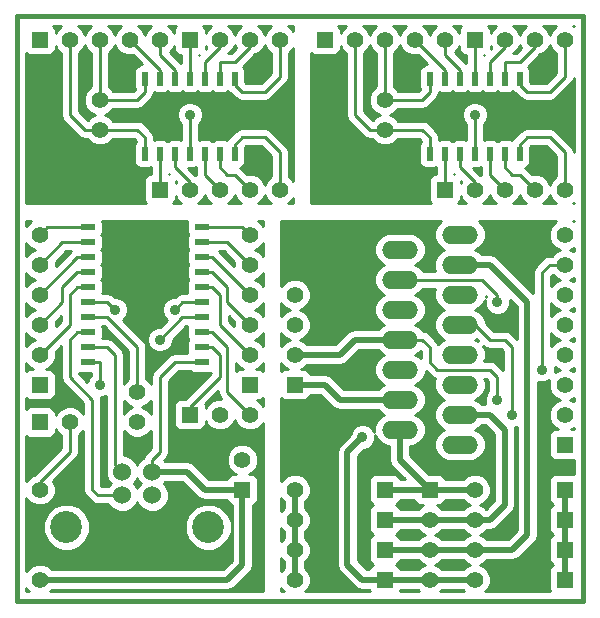
<source format=gtl>
G04 (created by PCBNEW-RS274X (2011-12-28 BZR 3254)-stable) date 2012. 03. 26. 13:07:31*
G01*
G70*
G90*
%MOIN*%
G04 Gerber Fmt 3.4, Leading zero omitted, Abs format*
%FSLAX34Y34*%
G04 APERTURE LIST*
%ADD10C,0.006000*%
%ADD11C,0.015000*%
%ADD12C,0.060000*%
%ADD13C,0.106300*%
%ADD14R,0.050000X0.020000*%
%ADD15R,0.020000X0.045000*%
%ADD16R,0.055000X0.055000*%
%ADD17C,0.055000*%
%ADD18O,0.120000X0.060000*%
%ADD19C,0.035000*%
%ADD20C,0.010000*%
%ADD21C,0.019900*%
G04 APERTURE END LIST*
G54D10*
G54D11*
X23622Y-04724D02*
X04724Y-04724D01*
X23622Y-24213D02*
X23622Y-04724D01*
X04724Y-24213D02*
X23622Y-24213D01*
X04724Y-04724D02*
X04724Y-24213D01*
G54D12*
X09250Y-19900D03*
X08250Y-19900D03*
X08250Y-20687D03*
X09250Y-20687D03*
G54D13*
X11112Y-21750D03*
X06388Y-21750D03*
G54D14*
X07100Y-11750D03*
X07100Y-12250D03*
X07100Y-12750D03*
X07100Y-13250D03*
X07100Y-13750D03*
X07100Y-14250D03*
X07100Y-14750D03*
X07100Y-15250D03*
X07100Y-15750D03*
X07100Y-16250D03*
X10900Y-16250D03*
X10900Y-15750D03*
X10900Y-15250D03*
X10900Y-14750D03*
X10900Y-14250D03*
X10900Y-13750D03*
X10900Y-13250D03*
X10900Y-12750D03*
X10900Y-12250D03*
X10900Y-11750D03*
G54D15*
X09000Y-09300D03*
X09500Y-09300D03*
X10000Y-09300D03*
X10500Y-09300D03*
X11000Y-09300D03*
X11500Y-09300D03*
X12000Y-09300D03*
X12000Y-06800D03*
X11500Y-06800D03*
X10500Y-06800D03*
X10000Y-06800D03*
X09500Y-06800D03*
X09000Y-06800D03*
X11000Y-06800D03*
X18500Y-09300D03*
X19000Y-09300D03*
X19500Y-09300D03*
X20000Y-09300D03*
X20500Y-09300D03*
X21000Y-09300D03*
X21500Y-09300D03*
X21500Y-06800D03*
X21000Y-06800D03*
X20000Y-06800D03*
X19500Y-06800D03*
X19000Y-06800D03*
X18500Y-06800D03*
X20500Y-06800D03*
G54D16*
X23000Y-19000D03*
G54D17*
X23000Y-18000D03*
X23000Y-17000D03*
X23000Y-16000D03*
X23000Y-15000D03*
X23000Y-14000D03*
X23000Y-13000D03*
X23000Y-12000D03*
G54D16*
X12500Y-17000D03*
G54D17*
X12500Y-16000D03*
X12500Y-15000D03*
X12500Y-14000D03*
X12500Y-13000D03*
X12500Y-12000D03*
G54D16*
X05500Y-17000D03*
G54D17*
X05500Y-16000D03*
X05500Y-15000D03*
X05500Y-14000D03*
X05500Y-13000D03*
X05500Y-12000D03*
G54D16*
X15000Y-05500D03*
G54D17*
X16000Y-05500D03*
X17000Y-05500D03*
X18000Y-05500D03*
X19000Y-05500D03*
G54D16*
X19000Y-10500D03*
G54D17*
X20000Y-10500D03*
X21000Y-10500D03*
X22000Y-10500D03*
X23000Y-10500D03*
G54D16*
X09500Y-10500D03*
G54D17*
X10500Y-10500D03*
X11500Y-10500D03*
X12500Y-10500D03*
X13500Y-10500D03*
G54D16*
X05500Y-05500D03*
G54D17*
X06500Y-05500D03*
X07500Y-05500D03*
X08500Y-05500D03*
X09500Y-05500D03*
G54D16*
X20000Y-05500D03*
G54D17*
X21000Y-05500D03*
X22000Y-05500D03*
X23000Y-05500D03*
G54D16*
X10500Y-05500D03*
G54D17*
X11500Y-05500D03*
X12500Y-05500D03*
X13500Y-05500D03*
G54D16*
X14000Y-17000D03*
G54D17*
X14000Y-16000D03*
X14000Y-15000D03*
X14000Y-14000D03*
G54D16*
X18500Y-20500D03*
G54D17*
X18500Y-21500D03*
X18500Y-22500D03*
X18500Y-23500D03*
G54D16*
X10500Y-18000D03*
G54D17*
X11500Y-18000D03*
X12500Y-18000D03*
G54D16*
X05500Y-18250D03*
G54D17*
X06500Y-18250D03*
X05500Y-20500D03*
X05500Y-23500D03*
G54D18*
X19500Y-19000D03*
X17500Y-18500D03*
X19500Y-18000D03*
X17500Y-17500D03*
X19500Y-17000D03*
X17500Y-16500D03*
X19500Y-16000D03*
X17500Y-15500D03*
X19500Y-15000D03*
X17500Y-14500D03*
X19500Y-14000D03*
X17500Y-13500D03*
X19500Y-13000D03*
X17500Y-12500D03*
X19500Y-12000D03*
G54D16*
X17000Y-23500D03*
G54D17*
X14000Y-23500D03*
G54D16*
X23000Y-23500D03*
G54D17*
X20000Y-23500D03*
G54D16*
X17000Y-22500D03*
G54D17*
X14000Y-22500D03*
G54D16*
X23000Y-22500D03*
G54D17*
X20000Y-22500D03*
G54D16*
X17000Y-21500D03*
G54D17*
X14000Y-21500D03*
G54D16*
X23000Y-21500D03*
G54D17*
X20000Y-21500D03*
G54D16*
X17000Y-20500D03*
G54D17*
X14000Y-20500D03*
G54D16*
X23000Y-20500D03*
G54D17*
X20000Y-20500D03*
X08750Y-18250D03*
X08750Y-17250D03*
X07500Y-08500D03*
X07500Y-07500D03*
X17000Y-08500D03*
X17000Y-07500D03*
G54D16*
X12250Y-20500D03*
G54D17*
X12250Y-19500D03*
G54D19*
X21250Y-18000D03*
X22250Y-16500D03*
X20750Y-14250D03*
X10500Y-08000D03*
X08000Y-14500D03*
X07500Y-17000D03*
X10000Y-14500D03*
X20000Y-08000D03*
X16250Y-18750D03*
X09500Y-15500D03*
X20750Y-17500D03*
G54D20*
X20500Y-15500D02*
X21000Y-15500D01*
X20000Y-15000D02*
X20500Y-15500D01*
X21000Y-15500D02*
X21250Y-15750D01*
X21250Y-15750D02*
X21250Y-18000D01*
X19500Y-15000D02*
X20000Y-15000D01*
X22250Y-13250D02*
X22250Y-16500D01*
X23000Y-13000D02*
X22500Y-13000D01*
X22500Y-13000D02*
X22250Y-13250D01*
G54D21*
X17000Y-21500D02*
X18500Y-21500D01*
X19500Y-18000D02*
X20500Y-18000D01*
X21000Y-21000D02*
X20500Y-21500D01*
X21000Y-18500D02*
X21000Y-21000D01*
X18500Y-21500D02*
X20000Y-21500D01*
X20500Y-21500D02*
X20000Y-21500D01*
X20500Y-18000D02*
X21000Y-18500D01*
G54D20*
X20250Y-13500D02*
X20750Y-14000D01*
X17500Y-13500D02*
X20250Y-13500D01*
X20750Y-14000D02*
X20750Y-14250D01*
G54D21*
X15500Y-17500D02*
X17500Y-17500D01*
X23000Y-23500D02*
X23000Y-22500D01*
X15000Y-17000D02*
X15500Y-17500D01*
X14000Y-17000D02*
X15000Y-17000D01*
X23000Y-22500D02*
X23000Y-21500D01*
X23000Y-21500D02*
X23000Y-20500D01*
G54D20*
X10500Y-09300D02*
X10500Y-08000D01*
X09500Y-06800D02*
X09500Y-06500D01*
X09500Y-06500D02*
X08500Y-05500D01*
X13500Y-09250D02*
X13500Y-10500D01*
X13000Y-08750D02*
X13500Y-09250D01*
X12000Y-09300D02*
X12000Y-09000D01*
X12250Y-08750D02*
X13000Y-08750D01*
X12000Y-09000D02*
X12250Y-08750D01*
G54D21*
X21750Y-14250D02*
X21750Y-22000D01*
X17000Y-22500D02*
X18500Y-22500D01*
X18500Y-22500D02*
X20000Y-22500D01*
X19500Y-13000D02*
X20500Y-13000D01*
X21250Y-22500D02*
X20000Y-22500D01*
X20500Y-13000D02*
X21750Y-14250D01*
X21750Y-22000D02*
X21250Y-22500D01*
X18500Y-20500D02*
X20000Y-20500D01*
X17000Y-20500D02*
X18500Y-20500D01*
X17500Y-18500D02*
X17500Y-19500D01*
X17500Y-19500D02*
X18500Y-20500D01*
G54D20*
X09500Y-06000D02*
X09500Y-05500D01*
X10000Y-06800D02*
X10000Y-06500D01*
X10000Y-06500D02*
X09500Y-06000D01*
X08000Y-16000D02*
X08000Y-19650D01*
X07750Y-15750D02*
X08000Y-16000D01*
X08000Y-19650D02*
X08250Y-19900D01*
X07100Y-15750D02*
X07750Y-15750D01*
X12000Y-17500D02*
X12500Y-18000D01*
X11750Y-17250D02*
X12000Y-17500D01*
X11750Y-15750D02*
X11750Y-17250D01*
X10900Y-15250D02*
X11250Y-15250D01*
X11250Y-15250D02*
X11750Y-15750D01*
X10900Y-11750D02*
X12250Y-11750D01*
X12250Y-11750D02*
X12500Y-12000D01*
X07100Y-15250D02*
X06750Y-15250D01*
X06500Y-16750D02*
X07250Y-17500D01*
X06500Y-15500D02*
X06500Y-16750D01*
X06750Y-15250D02*
X06500Y-15500D01*
X07250Y-17500D02*
X07250Y-20500D01*
X07250Y-20500D02*
X07437Y-20687D01*
X07437Y-20687D02*
X08250Y-20687D01*
X07100Y-14750D02*
X07750Y-14750D01*
X08750Y-15750D02*
X08750Y-17250D01*
X07750Y-14750D02*
X08750Y-15750D01*
X07750Y-14250D02*
X08000Y-14500D01*
X07100Y-14250D02*
X07750Y-14250D01*
X07100Y-13750D02*
X06750Y-13750D01*
X06500Y-15000D02*
X05500Y-16000D01*
X06750Y-13750D02*
X06500Y-14000D01*
X06500Y-14000D02*
X06500Y-15000D01*
X06750Y-13250D02*
X06250Y-13750D01*
X06250Y-13750D02*
X06250Y-14250D01*
X06250Y-14250D02*
X05500Y-15000D01*
X07100Y-13250D02*
X06750Y-13250D01*
X06750Y-12750D02*
X05500Y-14000D01*
X07100Y-12750D02*
X06750Y-12750D01*
X06250Y-12250D02*
X05500Y-13000D01*
X07100Y-12250D02*
X06250Y-12250D01*
X05750Y-11750D02*
X05500Y-12000D01*
X07100Y-11750D02*
X05750Y-11750D01*
X07500Y-16250D02*
X07500Y-17000D01*
X07100Y-16250D02*
X07500Y-16250D01*
X10900Y-12250D02*
X11750Y-12250D01*
X11750Y-12250D02*
X12500Y-13000D01*
X10900Y-12750D02*
X11250Y-12750D01*
X11250Y-12750D02*
X12500Y-14000D01*
X11750Y-14250D02*
X12500Y-15000D01*
X11750Y-13750D02*
X11750Y-14250D01*
X10900Y-13250D02*
X11250Y-13250D01*
X11250Y-13250D02*
X11750Y-13750D01*
X11250Y-13750D02*
X11500Y-14000D01*
X10900Y-13750D02*
X11250Y-13750D01*
X11500Y-15000D02*
X12500Y-16000D01*
X11500Y-14000D02*
X11500Y-15000D01*
X12000Y-06800D02*
X12000Y-07000D01*
X12000Y-07000D02*
X12250Y-07250D01*
X13000Y-07250D02*
X13500Y-06750D01*
X13500Y-06750D02*
X13500Y-05500D01*
X12250Y-07250D02*
X13000Y-07250D01*
X18250Y-08500D02*
X17000Y-08500D01*
X18500Y-09300D02*
X18500Y-08750D01*
X16500Y-08500D02*
X17000Y-08500D01*
X16000Y-05500D02*
X16000Y-08000D01*
X18500Y-08750D02*
X18250Y-08500D01*
X16000Y-08000D02*
X16500Y-08500D01*
X22500Y-08750D02*
X23000Y-09250D01*
X23000Y-09250D02*
X23000Y-10500D01*
X21500Y-09300D02*
X21500Y-09000D01*
X21500Y-09000D02*
X21750Y-08750D01*
X21750Y-08750D02*
X22500Y-08750D01*
X11500Y-06800D02*
X11500Y-06250D01*
X12000Y-06250D02*
X12500Y-05750D01*
X11500Y-06250D02*
X12000Y-06250D01*
X12500Y-05750D02*
X12500Y-05500D01*
X11500Y-05750D02*
X11500Y-05500D01*
X11000Y-06250D02*
X11500Y-05750D01*
X11000Y-06800D02*
X11000Y-06250D01*
X10500Y-06800D02*
X10500Y-05500D01*
X11500Y-09750D02*
X11750Y-10000D01*
X11750Y-10000D02*
X12000Y-10000D01*
X11500Y-09300D02*
X11500Y-09750D01*
X12000Y-10000D02*
X12500Y-10500D01*
X11000Y-09300D02*
X11000Y-10000D01*
X11000Y-10000D02*
X11500Y-10500D01*
X10000Y-09300D02*
X10000Y-09750D01*
X10500Y-10250D02*
X10500Y-10500D01*
X10000Y-09750D02*
X10500Y-10250D01*
X09500Y-09300D02*
X09500Y-10500D01*
X08750Y-07500D02*
X07500Y-07500D01*
X09000Y-06800D02*
X09000Y-07250D01*
X07500Y-05500D02*
X07500Y-07500D01*
X09000Y-07250D02*
X08750Y-07500D01*
X10900Y-14250D02*
X10250Y-14250D01*
X10250Y-14250D02*
X10000Y-14500D01*
X20000Y-06800D02*
X20000Y-05500D01*
X20500Y-06800D02*
X20500Y-06250D01*
X21000Y-05750D02*
X21000Y-05500D01*
X20500Y-06250D02*
X21000Y-05750D01*
X21000Y-06250D02*
X21500Y-06250D01*
X21000Y-06800D02*
X21000Y-06250D01*
X21500Y-06250D02*
X22000Y-05750D01*
X22000Y-05750D02*
X22000Y-05500D01*
X22500Y-07250D02*
X23000Y-06750D01*
X21500Y-07000D02*
X21750Y-07250D01*
X21750Y-07250D02*
X22500Y-07250D01*
X23000Y-06750D02*
X23000Y-05500D01*
X21500Y-06800D02*
X21500Y-07000D01*
X21500Y-10000D02*
X22000Y-10500D01*
X21000Y-09300D02*
X21000Y-09750D01*
X21000Y-09750D02*
X21250Y-10000D01*
X21250Y-10000D02*
X21500Y-10000D01*
X20000Y-09300D02*
X20000Y-08000D01*
X19500Y-09300D02*
X19500Y-09750D01*
X20000Y-10250D02*
X20000Y-10500D01*
X19500Y-09750D02*
X20000Y-10250D01*
X19000Y-09300D02*
X19000Y-10500D01*
X18750Y-06250D02*
X18000Y-05500D01*
X19000Y-06800D02*
X19000Y-06500D01*
X19000Y-06500D02*
X18750Y-06250D01*
X06500Y-08000D02*
X07000Y-08500D01*
X07000Y-08500D02*
X07500Y-08500D01*
X09000Y-09300D02*
X09000Y-08750D01*
X09000Y-08750D02*
X08750Y-08500D01*
X06500Y-05500D02*
X06500Y-08000D01*
X08750Y-08500D02*
X07500Y-08500D01*
X20500Y-09300D02*
X20500Y-10000D01*
X20500Y-10000D02*
X21000Y-10500D01*
G54D21*
X16250Y-18750D02*
X15750Y-19250D01*
X16250Y-23500D02*
X17000Y-23500D01*
X17000Y-23500D02*
X20000Y-23500D01*
X15750Y-19250D02*
X15750Y-23000D01*
X15750Y-23000D02*
X16250Y-23500D01*
G54D20*
X19000Y-06000D02*
X19000Y-05500D01*
X19500Y-06800D02*
X19500Y-06500D01*
X19500Y-06500D02*
X19000Y-06000D01*
X05500Y-20500D02*
X05500Y-20250D01*
X06500Y-19250D02*
X06500Y-18250D01*
X05500Y-20250D02*
X06500Y-19250D01*
X10250Y-14750D02*
X10900Y-14750D01*
X09500Y-15500D02*
X10250Y-14750D01*
X09250Y-19900D02*
X09250Y-19500D01*
G54D21*
X11750Y-23500D02*
X12250Y-23000D01*
G54D20*
X09500Y-16750D02*
X10000Y-16250D01*
X10000Y-16250D02*
X10900Y-16250D01*
X09500Y-19250D02*
X09500Y-16750D01*
X09250Y-19500D02*
X09500Y-19250D01*
G54D21*
X10400Y-19900D02*
X09250Y-19900D01*
X12250Y-23000D02*
X12250Y-20500D01*
X12250Y-20500D02*
X11000Y-20500D01*
X05500Y-23500D02*
X11750Y-23500D01*
X11000Y-20500D02*
X10400Y-19900D01*
G54D20*
X17500Y-15500D02*
X18250Y-15500D01*
G54D21*
X16000Y-15500D02*
X17500Y-15500D01*
G54D20*
X20750Y-16750D02*
X20750Y-17500D01*
G54D21*
X14000Y-23500D02*
X14000Y-22500D01*
X14000Y-22500D02*
X14000Y-21500D01*
X14000Y-21500D02*
X14000Y-20500D01*
X14000Y-16000D02*
X15500Y-16000D01*
X15500Y-16000D02*
X16000Y-15500D01*
G54D20*
X18500Y-16250D02*
X18750Y-16500D01*
X18250Y-15500D02*
X18500Y-15750D01*
X20500Y-16500D02*
X20750Y-16750D01*
X18750Y-16500D02*
X20500Y-16500D01*
X18500Y-15750D02*
X18500Y-16250D01*
X18250Y-07500D02*
X17000Y-07500D01*
X18500Y-07250D02*
X18250Y-07500D01*
X18500Y-06800D02*
X18500Y-07250D01*
X17000Y-05500D02*
X17000Y-07500D01*
X10900Y-15750D02*
X11250Y-15750D01*
X11500Y-16000D02*
X11500Y-16750D01*
X11250Y-15750D02*
X11500Y-16000D01*
X10500Y-17750D02*
X10500Y-18000D01*
X11500Y-16750D02*
X10500Y-17750D01*
G54D10*
G36*
X06215Y-05050D02*
X06203Y-05055D01*
X06055Y-05202D01*
X06024Y-05276D01*
X06024Y-05176D01*
X05986Y-05084D01*
X05952Y-05050D01*
X06215Y-05050D01*
X06215Y-05050D01*
G37*
G54D20*
X06215Y-05050D02*
X06203Y-05055D01*
X06055Y-05202D01*
X06024Y-05276D01*
X06024Y-05176D01*
X05986Y-05084D01*
X05952Y-05050D01*
X06215Y-05050D01*
G54D10*
G36*
X07215Y-05050D02*
X07203Y-05055D01*
X07055Y-05202D01*
X06999Y-05335D01*
X06945Y-05203D01*
X06798Y-05055D01*
X06785Y-05050D01*
X07215Y-05050D01*
X07215Y-05050D01*
G37*
G54D20*
X07215Y-05050D02*
X07203Y-05055D01*
X07055Y-05202D01*
X06999Y-05335D01*
X06945Y-05203D01*
X06798Y-05055D01*
X06785Y-05050D01*
X07215Y-05050D01*
G54D10*
G36*
X07335Y-08000D02*
X07203Y-08055D01*
X07090Y-08166D01*
X06800Y-07876D01*
X06800Y-05942D01*
X06945Y-05798D01*
X07000Y-05664D01*
X07055Y-05797D01*
X07200Y-05942D01*
X07200Y-07057D01*
X07055Y-07202D01*
X06975Y-07395D01*
X06975Y-07604D01*
X07055Y-07797D01*
X07202Y-07945D01*
X07335Y-08000D01*
X07335Y-08000D01*
G37*
G54D20*
X07335Y-08000D02*
X07203Y-08055D01*
X07090Y-08166D01*
X06800Y-07876D01*
X06800Y-05942D01*
X06945Y-05798D01*
X07000Y-05664D01*
X07055Y-05797D01*
X07200Y-05942D01*
X07200Y-07057D01*
X07055Y-07202D01*
X06975Y-07395D01*
X06975Y-07604D01*
X07055Y-07797D01*
X07202Y-07945D01*
X07335Y-08000D01*
G54D10*
G36*
X08215Y-05050D02*
X08203Y-05055D01*
X08055Y-05202D01*
X07999Y-05335D01*
X07945Y-05203D01*
X07798Y-05055D01*
X07785Y-05050D01*
X08215Y-05050D01*
X08215Y-05050D01*
G37*
G54D20*
X08215Y-05050D02*
X08203Y-05055D01*
X08055Y-05202D01*
X07999Y-05335D01*
X07945Y-05203D01*
X07798Y-05055D01*
X07785Y-05050D01*
X08215Y-05050D01*
G54D10*
G36*
X08902Y-06326D02*
X08851Y-06326D01*
X08759Y-06364D01*
X08689Y-06434D01*
X08651Y-06525D01*
X08651Y-06624D01*
X08651Y-07074D01*
X08680Y-07145D01*
X08625Y-07200D01*
X07942Y-07200D01*
X07800Y-07057D01*
X07800Y-05942D01*
X07945Y-05798D01*
X08000Y-05664D01*
X08055Y-05797D01*
X08202Y-05945D01*
X08395Y-06025D01*
X08601Y-06025D01*
X08902Y-06326D01*
X08902Y-06326D01*
G37*
G54D20*
X08902Y-06326D02*
X08851Y-06326D01*
X08759Y-06364D01*
X08689Y-06434D01*
X08651Y-06525D01*
X08651Y-06624D01*
X08651Y-07074D01*
X08680Y-07145D01*
X08625Y-07200D01*
X07942Y-07200D01*
X07800Y-07057D01*
X07800Y-05942D01*
X07945Y-05798D01*
X08000Y-05664D01*
X08055Y-05797D01*
X08202Y-05945D01*
X08395Y-06025D01*
X08601Y-06025D01*
X08902Y-06326D01*
G54D10*
G36*
X09200Y-09976D02*
X09176Y-09976D01*
X09084Y-10014D01*
X09014Y-10084D01*
X08976Y-10175D01*
X08976Y-10274D01*
X08976Y-10824D01*
X09014Y-10916D01*
X09048Y-10950D01*
X05050Y-10950D01*
X05050Y-05952D01*
X05084Y-05986D01*
X05175Y-06024D01*
X05274Y-06024D01*
X05824Y-06024D01*
X05916Y-05986D01*
X05986Y-05916D01*
X06024Y-05825D01*
X06024Y-05726D01*
X06024Y-05722D01*
X06055Y-05797D01*
X06200Y-05942D01*
X06200Y-08000D01*
X06223Y-08115D01*
X06288Y-08212D01*
X06788Y-08712D01*
X06885Y-08777D01*
X07000Y-08800D01*
X07057Y-08800D01*
X07202Y-08945D01*
X07395Y-09025D01*
X07604Y-09025D01*
X07797Y-08945D01*
X07942Y-08800D01*
X08625Y-08800D01*
X08700Y-08874D01*
X08700Y-08923D01*
X08689Y-08934D01*
X08651Y-09025D01*
X08651Y-09124D01*
X08651Y-09574D01*
X08689Y-09666D01*
X08759Y-09736D01*
X08850Y-09774D01*
X08949Y-09774D01*
X09149Y-09774D01*
X09200Y-09752D01*
X09200Y-09976D01*
X09200Y-09976D01*
G37*
G54D20*
X09200Y-09976D02*
X09176Y-09976D01*
X09084Y-10014D01*
X09014Y-10084D01*
X08976Y-10175D01*
X08976Y-10274D01*
X08976Y-10824D01*
X09014Y-10916D01*
X09048Y-10950D01*
X05050Y-10950D01*
X05050Y-05952D01*
X05084Y-05986D01*
X05175Y-06024D01*
X05274Y-06024D01*
X05824Y-06024D01*
X05916Y-05986D01*
X05986Y-05916D01*
X06024Y-05825D01*
X06024Y-05726D01*
X06024Y-05722D01*
X06055Y-05797D01*
X06200Y-05942D01*
X06200Y-08000D01*
X06223Y-08115D01*
X06288Y-08212D01*
X06788Y-08712D01*
X06885Y-08777D01*
X07000Y-08800D01*
X07057Y-08800D01*
X07202Y-08945D01*
X07395Y-09025D01*
X07604Y-09025D01*
X07797Y-08945D01*
X07942Y-08800D01*
X08625Y-08800D01*
X08700Y-08874D01*
X08700Y-08923D01*
X08689Y-08934D01*
X08651Y-09025D01*
X08651Y-09124D01*
X08651Y-09574D01*
X08689Y-09666D01*
X08759Y-09736D01*
X08850Y-09774D01*
X08949Y-09774D01*
X09149Y-09774D01*
X09200Y-09752D01*
X09200Y-09976D01*
G54D10*
G36*
X09215Y-05050D02*
X09203Y-05055D01*
X09055Y-05202D01*
X08999Y-05335D01*
X08945Y-05203D01*
X08798Y-05055D01*
X08785Y-05050D01*
X09215Y-05050D01*
X09215Y-05050D01*
G37*
G54D20*
X09215Y-05050D02*
X09203Y-05055D01*
X09055Y-05202D01*
X08999Y-05335D01*
X08945Y-05203D01*
X08798Y-05055D01*
X08785Y-05050D01*
X09215Y-05050D01*
G54D10*
G36*
X09802Y-09976D02*
X09800Y-09976D01*
X09800Y-09974D01*
X09802Y-09976D01*
X09802Y-09976D01*
G37*
G54D20*
X09802Y-09976D02*
X09800Y-09976D01*
X09800Y-09974D01*
X09802Y-09976D01*
G54D10*
G36*
X10047Y-10221D02*
X10024Y-10276D01*
X10024Y-10198D01*
X10047Y-10221D01*
X10047Y-10221D01*
G37*
G54D20*
X10047Y-10221D02*
X10024Y-10276D01*
X10024Y-10198D01*
X10047Y-10221D01*
G54D10*
G36*
X10048Y-05050D02*
X10014Y-05084D01*
X09976Y-05175D01*
X09976Y-05274D01*
X09976Y-05277D01*
X09945Y-05203D01*
X09798Y-05055D01*
X09785Y-05050D01*
X10048Y-05050D01*
X10048Y-05050D01*
G37*
G54D20*
X10048Y-05050D02*
X10014Y-05084D01*
X09976Y-05175D01*
X09976Y-05274D01*
X09976Y-05277D01*
X09945Y-05203D01*
X09798Y-05055D01*
X09785Y-05050D01*
X10048Y-05050D01*
G54D10*
G36*
X10200Y-06276D02*
X09833Y-05909D01*
X09945Y-05798D01*
X09976Y-05723D01*
X09976Y-05824D01*
X10014Y-05916D01*
X10084Y-05986D01*
X10175Y-06024D01*
X10200Y-06024D01*
X10200Y-06276D01*
X10200Y-06276D01*
G37*
G54D20*
X10200Y-06276D02*
X09833Y-05909D01*
X09945Y-05798D01*
X09976Y-05723D01*
X09976Y-05824D01*
X10014Y-05916D01*
X10084Y-05986D01*
X10175Y-06024D01*
X10200Y-06024D01*
X10200Y-06276D01*
G54D10*
G36*
X10214Y-10950D02*
X09952Y-10950D01*
X09986Y-10916D01*
X10024Y-10825D01*
X10024Y-10726D01*
X10024Y-10722D01*
X10055Y-10797D01*
X10202Y-10945D01*
X10214Y-10950D01*
X10214Y-10950D01*
G37*
G54D20*
X10214Y-10950D02*
X09952Y-10950D01*
X09986Y-10916D01*
X10024Y-10825D01*
X10024Y-10726D01*
X10024Y-10722D01*
X10055Y-10797D01*
X10202Y-10945D01*
X10214Y-10950D01*
G54D10*
G36*
X10703Y-10015D02*
X10680Y-10006D01*
X10448Y-09774D01*
X10449Y-09774D01*
X10649Y-09774D01*
X10700Y-09752D01*
X10700Y-10000D01*
X10703Y-10015D01*
X10703Y-10015D01*
G37*
G54D20*
X10703Y-10015D02*
X10680Y-10006D01*
X10448Y-09774D01*
X10449Y-09774D01*
X10649Y-09774D01*
X10700Y-09752D01*
X10700Y-10000D01*
X10703Y-10015D01*
G54D10*
G36*
X10802Y-06024D02*
X10800Y-06026D01*
X10800Y-06024D01*
X10802Y-06024D01*
X10802Y-06024D01*
G37*
G54D20*
X10802Y-06024D02*
X10800Y-06026D01*
X10800Y-06024D01*
X10802Y-06024D01*
G54D10*
G36*
X11047Y-05778D02*
X11024Y-05802D01*
X11024Y-05726D01*
X11024Y-05722D01*
X11047Y-05778D01*
X11047Y-05778D01*
G37*
G54D20*
X11047Y-05778D02*
X11024Y-05802D01*
X11024Y-05726D01*
X11024Y-05722D01*
X11047Y-05778D01*
G54D10*
G36*
X11214Y-10950D02*
X10784Y-10950D01*
X10797Y-10945D01*
X10945Y-10798D01*
X11000Y-10664D01*
X11055Y-10797D01*
X11202Y-10945D01*
X11214Y-10950D01*
X11214Y-10950D01*
G37*
G54D20*
X11214Y-10950D02*
X10784Y-10950D01*
X10797Y-10945D01*
X10945Y-10798D01*
X11000Y-10664D01*
X11055Y-10797D01*
X11202Y-10945D01*
X11214Y-10950D01*
G54D10*
G36*
X11215Y-05050D02*
X11203Y-05055D01*
X11055Y-05202D01*
X11024Y-05276D01*
X11024Y-05176D01*
X10986Y-05084D01*
X10952Y-05050D01*
X11215Y-05050D01*
X11215Y-05050D01*
G37*
G54D20*
X11215Y-05050D02*
X11203Y-05055D01*
X11055Y-05202D01*
X11024Y-05276D01*
X11024Y-05176D01*
X10986Y-05084D01*
X10952Y-05050D01*
X11215Y-05050D01*
G54D10*
G36*
X12047Y-05778D02*
X11876Y-05950D01*
X11784Y-05950D01*
X11797Y-05945D01*
X11945Y-05798D01*
X12000Y-05664D01*
X12047Y-05778D01*
X12047Y-05778D01*
G37*
G54D20*
X12047Y-05778D02*
X11876Y-05950D01*
X11784Y-05950D01*
X11797Y-05945D01*
X11945Y-05798D01*
X12000Y-05664D01*
X12047Y-05778D01*
G54D10*
G36*
X12214Y-10950D02*
X11784Y-10950D01*
X11797Y-10945D01*
X11945Y-10798D01*
X12000Y-10664D01*
X12055Y-10797D01*
X12202Y-10945D01*
X12214Y-10950D01*
X12214Y-10950D01*
G37*
G54D20*
X12214Y-10950D02*
X11784Y-10950D01*
X11797Y-10945D01*
X11945Y-10798D01*
X12000Y-10664D01*
X12055Y-10797D01*
X12202Y-10945D01*
X12214Y-10950D01*
G54D10*
G36*
X12215Y-05050D02*
X12203Y-05055D01*
X12055Y-05202D01*
X11999Y-05335D01*
X11945Y-05203D01*
X11798Y-05055D01*
X11785Y-05050D01*
X12215Y-05050D01*
X12215Y-05050D01*
G37*
G54D20*
X12215Y-05050D02*
X12203Y-05055D01*
X12055Y-05202D01*
X11999Y-05335D01*
X11945Y-05203D01*
X11798Y-05055D01*
X11785Y-05050D01*
X12215Y-05050D01*
G54D10*
G36*
X13200Y-06626D02*
X12876Y-06950D01*
X12374Y-06950D01*
X12349Y-06924D01*
X12349Y-06526D01*
X12311Y-06434D01*
X12275Y-06398D01*
X12680Y-05993D01*
X12797Y-05945D01*
X12945Y-05798D01*
X13000Y-05664D01*
X13055Y-05797D01*
X13200Y-05942D01*
X13200Y-06626D01*
X13200Y-06626D01*
G37*
G54D20*
X13200Y-06626D02*
X12876Y-06950D01*
X12374Y-06950D01*
X12349Y-06924D01*
X12349Y-06526D01*
X12311Y-06434D01*
X12275Y-06398D01*
X12680Y-05993D01*
X12797Y-05945D01*
X12945Y-05798D01*
X13000Y-05664D01*
X13055Y-05797D01*
X13200Y-05942D01*
X13200Y-06626D01*
G54D10*
G36*
X13200Y-10057D02*
X13055Y-10202D01*
X12999Y-10335D01*
X12945Y-10203D01*
X12798Y-10055D01*
X12605Y-09975D01*
X12399Y-09975D01*
X12212Y-09788D01*
X12175Y-09763D01*
X12241Y-09736D01*
X12311Y-09666D01*
X12349Y-09575D01*
X12349Y-09476D01*
X12349Y-09075D01*
X12374Y-09050D01*
X12876Y-09050D01*
X13200Y-09374D01*
X13200Y-10057D01*
X13200Y-10057D01*
G37*
G54D20*
X13200Y-10057D02*
X13055Y-10202D01*
X12999Y-10335D01*
X12945Y-10203D01*
X12798Y-10055D01*
X12605Y-09975D01*
X12399Y-09975D01*
X12212Y-09788D01*
X12175Y-09763D01*
X12241Y-09736D01*
X12311Y-09666D01*
X12349Y-09575D01*
X12349Y-09476D01*
X12349Y-09075D01*
X12374Y-09050D01*
X12876Y-09050D01*
X13200Y-09374D01*
X13200Y-10057D01*
G54D10*
G36*
X13214Y-10950D02*
X12784Y-10950D01*
X12797Y-10945D01*
X12945Y-10798D01*
X13000Y-10664D01*
X13055Y-10797D01*
X13202Y-10945D01*
X13214Y-10950D01*
X13214Y-10950D01*
G37*
G54D20*
X13214Y-10950D02*
X12784Y-10950D01*
X12797Y-10945D01*
X12945Y-10798D01*
X13000Y-10664D01*
X13055Y-10797D01*
X13202Y-10945D01*
X13214Y-10950D01*
G54D10*
G36*
X13215Y-05050D02*
X13203Y-05055D01*
X13055Y-05202D01*
X12999Y-05335D01*
X12945Y-05203D01*
X12798Y-05055D01*
X12785Y-05050D01*
X13215Y-05050D01*
X13215Y-05050D01*
G37*
G54D20*
X13215Y-05050D02*
X13203Y-05055D01*
X13055Y-05202D01*
X12999Y-05335D01*
X12945Y-05203D01*
X12798Y-05055D01*
X12785Y-05050D01*
X13215Y-05050D01*
G54D10*
G36*
X13950Y-05215D02*
X13945Y-05203D01*
X13798Y-05055D01*
X13785Y-05050D01*
X13950Y-05050D01*
X13950Y-05215D01*
X13950Y-05215D01*
G37*
G54D20*
X13950Y-05215D02*
X13945Y-05203D01*
X13798Y-05055D01*
X13785Y-05050D01*
X13950Y-05050D01*
X13950Y-05215D01*
G54D10*
G36*
X13950Y-10215D02*
X13945Y-10203D01*
X13800Y-10057D01*
X13800Y-09250D01*
X13777Y-09135D01*
X13712Y-09038D01*
X13212Y-08538D01*
X13115Y-08473D01*
X13000Y-08450D01*
X12250Y-08450D01*
X12135Y-08473D01*
X12037Y-08538D01*
X11788Y-08788D01*
X11737Y-08862D01*
X11650Y-08826D01*
X11551Y-08826D01*
X11351Y-08826D01*
X11259Y-08864D01*
X11250Y-08873D01*
X11241Y-08864D01*
X11150Y-08826D01*
X11051Y-08826D01*
X10851Y-08826D01*
X10800Y-08847D01*
X10800Y-08301D01*
X10860Y-08241D01*
X10925Y-08085D01*
X10925Y-07916D01*
X10861Y-07760D01*
X10741Y-07640D01*
X10585Y-07575D01*
X10416Y-07575D01*
X10260Y-07639D01*
X10140Y-07759D01*
X10075Y-07915D01*
X10075Y-08084D01*
X10139Y-08240D01*
X10200Y-08301D01*
X10200Y-08846D01*
X10150Y-08826D01*
X10051Y-08826D01*
X09851Y-08826D01*
X09759Y-08864D01*
X09750Y-08873D01*
X09741Y-08864D01*
X09650Y-08826D01*
X09551Y-08826D01*
X09351Y-08826D01*
X09300Y-08847D01*
X09300Y-08750D01*
X09277Y-08635D01*
X09212Y-08538D01*
X09212Y-08537D01*
X08962Y-08288D01*
X08865Y-08223D01*
X08750Y-08200D01*
X07942Y-08200D01*
X07798Y-08055D01*
X07664Y-07999D01*
X07797Y-07945D01*
X07942Y-07800D01*
X08750Y-07800D01*
X08865Y-07777D01*
X08962Y-07712D01*
X09212Y-07463D01*
X09212Y-07462D01*
X09277Y-07365D01*
X09299Y-07252D01*
X09350Y-07274D01*
X09449Y-07274D01*
X09649Y-07274D01*
X09741Y-07236D01*
X09750Y-07227D01*
X09759Y-07236D01*
X09850Y-07274D01*
X09949Y-07274D01*
X10149Y-07274D01*
X10241Y-07236D01*
X10250Y-07227D01*
X10259Y-07236D01*
X10350Y-07274D01*
X10449Y-07274D01*
X10649Y-07274D01*
X10741Y-07236D01*
X10750Y-07227D01*
X10759Y-07236D01*
X10850Y-07274D01*
X10949Y-07274D01*
X11149Y-07274D01*
X11241Y-07236D01*
X11250Y-07227D01*
X11259Y-07236D01*
X11350Y-07274D01*
X11449Y-07274D01*
X11649Y-07274D01*
X11741Y-07236D01*
X11750Y-07227D01*
X11759Y-07236D01*
X11849Y-07273D01*
X11850Y-07274D01*
X12037Y-07462D01*
X12038Y-07462D01*
X12135Y-07527D01*
X12250Y-07550D01*
X13000Y-07550D01*
X13115Y-07527D01*
X13212Y-07462D01*
X13712Y-06962D01*
X13777Y-06865D01*
X13800Y-06750D01*
X13800Y-05942D01*
X13945Y-05798D01*
X13950Y-05785D01*
X13950Y-10215D01*
X13950Y-10215D01*
G37*
G54D20*
X13950Y-10215D02*
X13945Y-10203D01*
X13800Y-10057D01*
X13800Y-09250D01*
X13777Y-09135D01*
X13712Y-09038D01*
X13212Y-08538D01*
X13115Y-08473D01*
X13000Y-08450D01*
X12250Y-08450D01*
X12135Y-08473D01*
X12037Y-08538D01*
X11788Y-08788D01*
X11737Y-08862D01*
X11650Y-08826D01*
X11551Y-08826D01*
X11351Y-08826D01*
X11259Y-08864D01*
X11250Y-08873D01*
X11241Y-08864D01*
X11150Y-08826D01*
X11051Y-08826D01*
X10851Y-08826D01*
X10800Y-08847D01*
X10800Y-08301D01*
X10860Y-08241D01*
X10925Y-08085D01*
X10925Y-07916D01*
X10861Y-07760D01*
X10741Y-07640D01*
X10585Y-07575D01*
X10416Y-07575D01*
X10260Y-07639D01*
X10140Y-07759D01*
X10075Y-07915D01*
X10075Y-08084D01*
X10139Y-08240D01*
X10200Y-08301D01*
X10200Y-08846D01*
X10150Y-08826D01*
X10051Y-08826D01*
X09851Y-08826D01*
X09759Y-08864D01*
X09750Y-08873D01*
X09741Y-08864D01*
X09650Y-08826D01*
X09551Y-08826D01*
X09351Y-08826D01*
X09300Y-08847D01*
X09300Y-08750D01*
X09277Y-08635D01*
X09212Y-08538D01*
X09212Y-08537D01*
X08962Y-08288D01*
X08865Y-08223D01*
X08750Y-08200D01*
X07942Y-08200D01*
X07798Y-08055D01*
X07664Y-07999D01*
X07797Y-07945D01*
X07942Y-07800D01*
X08750Y-07800D01*
X08865Y-07777D01*
X08962Y-07712D01*
X09212Y-07463D01*
X09212Y-07462D01*
X09277Y-07365D01*
X09299Y-07252D01*
X09350Y-07274D01*
X09449Y-07274D01*
X09649Y-07274D01*
X09741Y-07236D01*
X09750Y-07227D01*
X09759Y-07236D01*
X09850Y-07274D01*
X09949Y-07274D01*
X10149Y-07274D01*
X10241Y-07236D01*
X10250Y-07227D01*
X10259Y-07236D01*
X10350Y-07274D01*
X10449Y-07274D01*
X10649Y-07274D01*
X10741Y-07236D01*
X10750Y-07227D01*
X10759Y-07236D01*
X10850Y-07274D01*
X10949Y-07274D01*
X11149Y-07274D01*
X11241Y-07236D01*
X11250Y-07227D01*
X11259Y-07236D01*
X11350Y-07274D01*
X11449Y-07274D01*
X11649Y-07274D01*
X11741Y-07236D01*
X11750Y-07227D01*
X11759Y-07236D01*
X11849Y-07273D01*
X11850Y-07274D01*
X12037Y-07462D01*
X12038Y-07462D01*
X12135Y-07527D01*
X12250Y-07550D01*
X13000Y-07550D01*
X13115Y-07527D01*
X13212Y-07462D01*
X13712Y-06962D01*
X13777Y-06865D01*
X13800Y-06750D01*
X13800Y-05942D01*
X13945Y-05798D01*
X13950Y-05785D01*
X13950Y-10215D01*
G54D10*
G36*
X13950Y-10950D02*
X13784Y-10950D01*
X13797Y-10945D01*
X13945Y-10798D01*
X13950Y-10785D01*
X13950Y-10950D01*
X13950Y-10950D01*
G37*
G54D20*
X13950Y-10950D02*
X13784Y-10950D01*
X13797Y-10945D01*
X13945Y-10798D01*
X13950Y-10785D01*
X13950Y-10950D01*
G54D10*
G36*
X15715Y-05050D02*
X15703Y-05055D01*
X15555Y-05202D01*
X15524Y-05276D01*
X15524Y-05176D01*
X15486Y-05084D01*
X15452Y-05050D01*
X15715Y-05050D01*
X15715Y-05050D01*
G37*
G54D20*
X15715Y-05050D02*
X15703Y-05055D01*
X15555Y-05202D01*
X15524Y-05276D01*
X15524Y-05176D01*
X15486Y-05084D01*
X15452Y-05050D01*
X15715Y-05050D01*
G54D10*
G36*
X16715Y-05050D02*
X16703Y-05055D01*
X16555Y-05202D01*
X16499Y-05335D01*
X16445Y-05203D01*
X16298Y-05055D01*
X16285Y-05050D01*
X16715Y-05050D01*
X16715Y-05050D01*
G37*
G54D20*
X16715Y-05050D02*
X16703Y-05055D01*
X16555Y-05202D01*
X16499Y-05335D01*
X16445Y-05203D01*
X16298Y-05055D01*
X16285Y-05050D01*
X16715Y-05050D01*
G54D10*
G36*
X16835Y-08000D02*
X16703Y-08055D01*
X16590Y-08166D01*
X16300Y-07876D01*
X16300Y-05942D01*
X16445Y-05798D01*
X16500Y-05664D01*
X16555Y-05797D01*
X16700Y-05942D01*
X16700Y-07057D01*
X16555Y-07202D01*
X16475Y-07395D01*
X16475Y-07604D01*
X16555Y-07797D01*
X16702Y-07945D01*
X16835Y-08000D01*
X16835Y-08000D01*
G37*
G54D20*
X16835Y-08000D02*
X16703Y-08055D01*
X16590Y-08166D01*
X16300Y-07876D01*
X16300Y-05942D01*
X16445Y-05798D01*
X16500Y-05664D01*
X16555Y-05797D01*
X16700Y-05942D01*
X16700Y-07057D01*
X16555Y-07202D01*
X16475Y-07395D01*
X16475Y-07604D01*
X16555Y-07797D01*
X16702Y-07945D01*
X16835Y-08000D01*
G54D10*
G36*
X17715Y-05050D02*
X17703Y-05055D01*
X17555Y-05202D01*
X17499Y-05335D01*
X17445Y-05203D01*
X17298Y-05055D01*
X17285Y-05050D01*
X17715Y-05050D01*
X17715Y-05050D01*
G37*
G54D20*
X17715Y-05050D02*
X17703Y-05055D01*
X17555Y-05202D01*
X17499Y-05335D01*
X17445Y-05203D01*
X17298Y-05055D01*
X17285Y-05050D01*
X17715Y-05050D01*
G54D10*
G36*
X18401Y-06326D02*
X18351Y-06326D01*
X18259Y-06364D01*
X18189Y-06434D01*
X18151Y-06525D01*
X18151Y-06624D01*
X18151Y-07074D01*
X18180Y-07145D01*
X18125Y-07200D01*
X17442Y-07200D01*
X17300Y-07057D01*
X17300Y-05942D01*
X17445Y-05798D01*
X17500Y-05664D01*
X17555Y-05797D01*
X17702Y-05945D01*
X17895Y-06025D01*
X18100Y-06025D01*
X18401Y-06326D01*
X18401Y-06326D01*
G37*
G54D20*
X18401Y-06326D02*
X18351Y-06326D01*
X18259Y-06364D01*
X18189Y-06434D01*
X18151Y-06525D01*
X18151Y-06624D01*
X18151Y-07074D01*
X18180Y-07145D01*
X18125Y-07200D01*
X17442Y-07200D01*
X17300Y-07057D01*
X17300Y-05942D01*
X17445Y-05798D01*
X17500Y-05664D01*
X17555Y-05797D01*
X17702Y-05945D01*
X17895Y-06025D01*
X18100Y-06025D01*
X18401Y-06326D01*
G54D10*
G36*
X18700Y-09976D02*
X18676Y-09976D01*
X18584Y-10014D01*
X18514Y-10084D01*
X18476Y-10175D01*
X18476Y-10274D01*
X18476Y-10824D01*
X18514Y-10916D01*
X18548Y-10950D01*
X14550Y-10950D01*
X14550Y-05952D01*
X14584Y-05986D01*
X14675Y-06024D01*
X14774Y-06024D01*
X15324Y-06024D01*
X15416Y-05986D01*
X15486Y-05916D01*
X15524Y-05825D01*
X15524Y-05726D01*
X15524Y-05722D01*
X15555Y-05797D01*
X15700Y-05942D01*
X15700Y-08000D01*
X15723Y-08115D01*
X15788Y-08212D01*
X16288Y-08712D01*
X16385Y-08777D01*
X16500Y-08800D01*
X16557Y-08800D01*
X16702Y-08945D01*
X16895Y-09025D01*
X17104Y-09025D01*
X17297Y-08945D01*
X17442Y-08800D01*
X18125Y-08800D01*
X18200Y-08874D01*
X18200Y-08923D01*
X18189Y-08934D01*
X18151Y-09025D01*
X18151Y-09124D01*
X18151Y-09574D01*
X18189Y-09666D01*
X18259Y-09736D01*
X18350Y-09774D01*
X18449Y-09774D01*
X18649Y-09774D01*
X18700Y-09752D01*
X18700Y-09976D01*
X18700Y-09976D01*
G37*
G54D20*
X18700Y-09976D02*
X18676Y-09976D01*
X18584Y-10014D01*
X18514Y-10084D01*
X18476Y-10175D01*
X18476Y-10274D01*
X18476Y-10824D01*
X18514Y-10916D01*
X18548Y-10950D01*
X14550Y-10950D01*
X14550Y-05952D01*
X14584Y-05986D01*
X14675Y-06024D01*
X14774Y-06024D01*
X15324Y-06024D01*
X15416Y-05986D01*
X15486Y-05916D01*
X15524Y-05825D01*
X15524Y-05726D01*
X15524Y-05722D01*
X15555Y-05797D01*
X15700Y-05942D01*
X15700Y-08000D01*
X15723Y-08115D01*
X15788Y-08212D01*
X16288Y-08712D01*
X16385Y-08777D01*
X16500Y-08800D01*
X16557Y-08800D01*
X16702Y-08945D01*
X16895Y-09025D01*
X17104Y-09025D01*
X17297Y-08945D01*
X17442Y-08800D01*
X18125Y-08800D01*
X18200Y-08874D01*
X18200Y-08923D01*
X18189Y-08934D01*
X18151Y-09025D01*
X18151Y-09124D01*
X18151Y-09574D01*
X18189Y-09666D01*
X18259Y-09736D01*
X18350Y-09774D01*
X18449Y-09774D01*
X18649Y-09774D01*
X18700Y-09752D01*
X18700Y-09976D01*
G54D10*
G36*
X18715Y-05050D02*
X18703Y-05055D01*
X18555Y-05202D01*
X18499Y-05335D01*
X18445Y-05203D01*
X18298Y-05055D01*
X18285Y-05050D01*
X18715Y-05050D01*
X18715Y-05050D01*
G37*
G54D20*
X18715Y-05050D02*
X18703Y-05055D01*
X18555Y-05202D01*
X18499Y-05335D01*
X18445Y-05203D01*
X18298Y-05055D01*
X18285Y-05050D01*
X18715Y-05050D01*
G54D10*
G36*
X19302Y-09976D02*
X19300Y-09976D01*
X19300Y-09974D01*
X19302Y-09976D01*
X19302Y-09976D01*
G37*
G54D20*
X19302Y-09976D02*
X19300Y-09976D01*
X19300Y-09974D01*
X19302Y-09976D01*
G54D10*
G36*
X19547Y-10221D02*
X19524Y-10276D01*
X19524Y-10198D01*
X19547Y-10221D01*
X19547Y-10221D01*
G37*
G54D20*
X19547Y-10221D02*
X19524Y-10276D01*
X19524Y-10198D01*
X19547Y-10221D01*
G54D10*
G36*
X19548Y-05050D02*
X19514Y-05084D01*
X19476Y-05175D01*
X19476Y-05274D01*
X19476Y-05277D01*
X19445Y-05203D01*
X19298Y-05055D01*
X19285Y-05050D01*
X19548Y-05050D01*
X19548Y-05050D01*
G37*
G54D20*
X19548Y-05050D02*
X19514Y-05084D01*
X19476Y-05175D01*
X19476Y-05274D01*
X19476Y-05277D01*
X19445Y-05203D01*
X19298Y-05055D01*
X19285Y-05050D01*
X19548Y-05050D01*
G54D10*
G36*
X19700Y-06276D02*
X19333Y-05909D01*
X19445Y-05798D01*
X19476Y-05723D01*
X19476Y-05824D01*
X19514Y-05916D01*
X19584Y-05986D01*
X19675Y-06024D01*
X19700Y-06024D01*
X19700Y-06276D01*
X19700Y-06276D01*
G37*
G54D20*
X19700Y-06276D02*
X19333Y-05909D01*
X19445Y-05798D01*
X19476Y-05723D01*
X19476Y-05824D01*
X19514Y-05916D01*
X19584Y-05986D01*
X19675Y-06024D01*
X19700Y-06024D01*
X19700Y-06276D01*
G54D10*
G36*
X19714Y-10950D02*
X19452Y-10950D01*
X19486Y-10916D01*
X19524Y-10825D01*
X19524Y-10726D01*
X19524Y-10722D01*
X19555Y-10797D01*
X19702Y-10945D01*
X19714Y-10950D01*
X19714Y-10950D01*
G37*
G54D20*
X19714Y-10950D02*
X19452Y-10950D01*
X19486Y-10916D01*
X19524Y-10825D01*
X19524Y-10726D01*
X19524Y-10722D01*
X19555Y-10797D01*
X19702Y-10945D01*
X19714Y-10950D01*
G54D10*
G36*
X20203Y-10015D02*
X20180Y-10006D01*
X19948Y-09774D01*
X19949Y-09774D01*
X20149Y-09774D01*
X20200Y-09752D01*
X20200Y-10000D01*
X20203Y-10015D01*
X20203Y-10015D01*
G37*
G54D20*
X20203Y-10015D02*
X20180Y-10006D01*
X19948Y-09774D01*
X19949Y-09774D01*
X20149Y-09774D01*
X20200Y-09752D01*
X20200Y-10000D01*
X20203Y-10015D01*
G54D10*
G36*
X20302Y-06024D02*
X20300Y-06026D01*
X20300Y-06024D01*
X20302Y-06024D01*
X20302Y-06024D01*
G37*
G54D20*
X20302Y-06024D02*
X20300Y-06026D01*
X20300Y-06024D01*
X20302Y-06024D01*
G54D10*
G36*
X20547Y-05778D02*
X20524Y-05802D01*
X20524Y-05726D01*
X20524Y-05722D01*
X20547Y-05778D01*
X20547Y-05778D01*
G37*
G54D20*
X20547Y-05778D02*
X20524Y-05802D01*
X20524Y-05726D01*
X20524Y-05722D01*
X20547Y-05778D01*
G54D10*
G36*
X20714Y-10950D02*
X20284Y-10950D01*
X20297Y-10945D01*
X20445Y-10798D01*
X20500Y-10664D01*
X20555Y-10797D01*
X20702Y-10945D01*
X20714Y-10950D01*
X20714Y-10950D01*
G37*
G54D20*
X20714Y-10950D02*
X20284Y-10950D01*
X20297Y-10945D01*
X20445Y-10798D01*
X20500Y-10664D01*
X20555Y-10797D01*
X20702Y-10945D01*
X20714Y-10950D01*
G54D10*
G36*
X20715Y-05050D02*
X20703Y-05055D01*
X20555Y-05202D01*
X20524Y-05276D01*
X20524Y-05176D01*
X20486Y-05084D01*
X20452Y-05050D01*
X20715Y-05050D01*
X20715Y-05050D01*
G37*
G54D20*
X20715Y-05050D02*
X20703Y-05055D01*
X20555Y-05202D01*
X20524Y-05276D01*
X20524Y-05176D01*
X20486Y-05084D01*
X20452Y-05050D01*
X20715Y-05050D01*
G54D10*
G36*
X21547Y-05778D02*
X21376Y-05950D01*
X21284Y-05950D01*
X21297Y-05945D01*
X21445Y-05798D01*
X21500Y-05664D01*
X21547Y-05778D01*
X21547Y-05778D01*
G37*
G54D20*
X21547Y-05778D02*
X21376Y-05950D01*
X21284Y-05950D01*
X21297Y-05945D01*
X21445Y-05798D01*
X21500Y-05664D01*
X21547Y-05778D01*
G54D10*
G36*
X21714Y-10950D02*
X21284Y-10950D01*
X21297Y-10945D01*
X21445Y-10798D01*
X21500Y-10664D01*
X21555Y-10797D01*
X21702Y-10945D01*
X21714Y-10950D01*
X21714Y-10950D01*
G37*
G54D20*
X21714Y-10950D02*
X21284Y-10950D01*
X21297Y-10945D01*
X21445Y-10798D01*
X21500Y-10664D01*
X21555Y-10797D01*
X21702Y-10945D01*
X21714Y-10950D01*
G54D10*
G36*
X21715Y-05050D02*
X21703Y-05055D01*
X21555Y-05202D01*
X21499Y-05335D01*
X21445Y-05203D01*
X21298Y-05055D01*
X21285Y-05050D01*
X21715Y-05050D01*
X21715Y-05050D01*
G37*
G54D20*
X21715Y-05050D02*
X21703Y-05055D01*
X21555Y-05202D01*
X21499Y-05335D01*
X21445Y-05203D01*
X21298Y-05055D01*
X21285Y-05050D01*
X21715Y-05050D01*
G54D10*
G36*
X22700Y-06626D02*
X22376Y-06950D01*
X21874Y-06950D01*
X21849Y-06924D01*
X21849Y-06526D01*
X21811Y-06434D01*
X21775Y-06398D01*
X22180Y-05993D01*
X22297Y-05945D01*
X22445Y-05798D01*
X22500Y-05664D01*
X22555Y-05797D01*
X22700Y-05942D01*
X22700Y-06626D01*
X22700Y-06626D01*
G37*
G54D20*
X22700Y-06626D02*
X22376Y-06950D01*
X21874Y-06950D01*
X21849Y-06924D01*
X21849Y-06526D01*
X21811Y-06434D01*
X21775Y-06398D01*
X22180Y-05993D01*
X22297Y-05945D01*
X22445Y-05798D01*
X22500Y-05664D01*
X22555Y-05797D01*
X22700Y-05942D01*
X22700Y-06626D01*
G54D10*
G36*
X22700Y-10057D02*
X22555Y-10202D01*
X22499Y-10335D01*
X22445Y-10203D01*
X22298Y-10055D01*
X22105Y-09975D01*
X21899Y-09975D01*
X21712Y-09788D01*
X21675Y-09763D01*
X21741Y-09736D01*
X21811Y-09666D01*
X21849Y-09575D01*
X21849Y-09476D01*
X21849Y-09075D01*
X21874Y-09050D01*
X22376Y-09050D01*
X22700Y-09374D01*
X22700Y-10057D01*
X22700Y-10057D01*
G37*
G54D20*
X22700Y-10057D02*
X22555Y-10202D01*
X22499Y-10335D01*
X22445Y-10203D01*
X22298Y-10055D01*
X22105Y-09975D01*
X21899Y-09975D01*
X21712Y-09788D01*
X21675Y-09763D01*
X21741Y-09736D01*
X21811Y-09666D01*
X21849Y-09575D01*
X21849Y-09476D01*
X21849Y-09075D01*
X21874Y-09050D01*
X22376Y-09050D01*
X22700Y-09374D01*
X22700Y-10057D01*
G54D10*
G36*
X22714Y-10950D02*
X22284Y-10950D01*
X22297Y-10945D01*
X22445Y-10798D01*
X22500Y-10664D01*
X22555Y-10797D01*
X22702Y-10945D01*
X22714Y-10950D01*
X22714Y-10950D01*
G37*
G54D20*
X22714Y-10950D02*
X22284Y-10950D01*
X22297Y-10945D01*
X22445Y-10798D01*
X22500Y-10664D01*
X22555Y-10797D01*
X22702Y-10945D01*
X22714Y-10950D01*
G54D10*
G36*
X22715Y-05050D02*
X22703Y-05055D01*
X22555Y-05202D01*
X22499Y-05335D01*
X22445Y-05203D01*
X22298Y-05055D01*
X22285Y-05050D01*
X22715Y-05050D01*
X22715Y-05050D01*
G37*
G54D20*
X22715Y-05050D02*
X22703Y-05055D01*
X22555Y-05202D01*
X22499Y-05335D01*
X22445Y-05203D01*
X22298Y-05055D01*
X22285Y-05050D01*
X22715Y-05050D01*
G54D10*
G36*
X23297Y-05054D02*
X23285Y-05050D01*
X23297Y-05050D01*
X23297Y-05054D01*
X23297Y-05054D01*
G37*
G54D20*
X23297Y-05054D02*
X23285Y-05050D01*
X23297Y-05050D01*
X23297Y-05054D01*
G54D10*
G36*
X23297Y-09235D02*
X23277Y-09135D01*
X23212Y-09038D01*
X22712Y-08538D01*
X22615Y-08473D01*
X22500Y-08450D01*
X21750Y-08450D01*
X21635Y-08473D01*
X21537Y-08538D01*
X21288Y-08788D01*
X21237Y-08862D01*
X21150Y-08826D01*
X21051Y-08826D01*
X20851Y-08826D01*
X20759Y-08864D01*
X20750Y-08873D01*
X20741Y-08864D01*
X20650Y-08826D01*
X20551Y-08826D01*
X20351Y-08826D01*
X20300Y-08847D01*
X20300Y-08301D01*
X20360Y-08241D01*
X20425Y-08085D01*
X20425Y-07916D01*
X20361Y-07760D01*
X20241Y-07640D01*
X20085Y-07575D01*
X19916Y-07575D01*
X19760Y-07639D01*
X19640Y-07759D01*
X19575Y-07915D01*
X19575Y-08084D01*
X19639Y-08240D01*
X19700Y-08301D01*
X19700Y-08846D01*
X19650Y-08826D01*
X19551Y-08826D01*
X19351Y-08826D01*
X19259Y-08864D01*
X19250Y-08873D01*
X19241Y-08864D01*
X19150Y-08826D01*
X19051Y-08826D01*
X18851Y-08826D01*
X18800Y-08847D01*
X18800Y-08750D01*
X18777Y-08635D01*
X18712Y-08538D01*
X18712Y-08537D01*
X18462Y-08288D01*
X18365Y-08223D01*
X18250Y-08200D01*
X17442Y-08200D01*
X17298Y-08055D01*
X17164Y-07999D01*
X17297Y-07945D01*
X17442Y-07800D01*
X18250Y-07800D01*
X18365Y-07777D01*
X18462Y-07712D01*
X18712Y-07463D01*
X18712Y-07462D01*
X18777Y-07365D01*
X18799Y-07252D01*
X18850Y-07274D01*
X18949Y-07274D01*
X19149Y-07274D01*
X19241Y-07236D01*
X19250Y-07227D01*
X19259Y-07236D01*
X19350Y-07274D01*
X19449Y-07274D01*
X19649Y-07274D01*
X19741Y-07236D01*
X19750Y-07227D01*
X19759Y-07236D01*
X19850Y-07274D01*
X19949Y-07274D01*
X20149Y-07274D01*
X20241Y-07236D01*
X20250Y-07227D01*
X20259Y-07236D01*
X20350Y-07274D01*
X20449Y-07274D01*
X20649Y-07274D01*
X20741Y-07236D01*
X20750Y-07227D01*
X20759Y-07236D01*
X20850Y-07274D01*
X20949Y-07274D01*
X21149Y-07274D01*
X21241Y-07236D01*
X21250Y-07227D01*
X21259Y-07236D01*
X21349Y-07273D01*
X21350Y-07274D01*
X21537Y-07462D01*
X21538Y-07462D01*
X21635Y-07527D01*
X21750Y-07550D01*
X22500Y-07550D01*
X22615Y-07527D01*
X22712Y-07462D01*
X23212Y-06962D01*
X23277Y-06865D01*
X23297Y-06765D01*
X23297Y-09235D01*
X23297Y-09235D01*
G37*
G54D20*
X23297Y-09235D02*
X23277Y-09135D01*
X23212Y-09038D01*
X22712Y-08538D01*
X22615Y-08473D01*
X22500Y-08450D01*
X21750Y-08450D01*
X21635Y-08473D01*
X21537Y-08538D01*
X21288Y-08788D01*
X21237Y-08862D01*
X21150Y-08826D01*
X21051Y-08826D01*
X20851Y-08826D01*
X20759Y-08864D01*
X20750Y-08873D01*
X20741Y-08864D01*
X20650Y-08826D01*
X20551Y-08826D01*
X20351Y-08826D01*
X20300Y-08847D01*
X20300Y-08301D01*
X20360Y-08241D01*
X20425Y-08085D01*
X20425Y-07916D01*
X20361Y-07760D01*
X20241Y-07640D01*
X20085Y-07575D01*
X19916Y-07575D01*
X19760Y-07639D01*
X19640Y-07759D01*
X19575Y-07915D01*
X19575Y-08084D01*
X19639Y-08240D01*
X19700Y-08301D01*
X19700Y-08846D01*
X19650Y-08826D01*
X19551Y-08826D01*
X19351Y-08826D01*
X19259Y-08864D01*
X19250Y-08873D01*
X19241Y-08864D01*
X19150Y-08826D01*
X19051Y-08826D01*
X18851Y-08826D01*
X18800Y-08847D01*
X18800Y-08750D01*
X18777Y-08635D01*
X18712Y-08538D01*
X18712Y-08537D01*
X18462Y-08288D01*
X18365Y-08223D01*
X18250Y-08200D01*
X17442Y-08200D01*
X17298Y-08055D01*
X17164Y-07999D01*
X17297Y-07945D01*
X17442Y-07800D01*
X18250Y-07800D01*
X18365Y-07777D01*
X18462Y-07712D01*
X18712Y-07463D01*
X18712Y-07462D01*
X18777Y-07365D01*
X18799Y-07252D01*
X18850Y-07274D01*
X18949Y-07274D01*
X19149Y-07274D01*
X19241Y-07236D01*
X19250Y-07227D01*
X19259Y-07236D01*
X19350Y-07274D01*
X19449Y-07274D01*
X19649Y-07274D01*
X19741Y-07236D01*
X19750Y-07227D01*
X19759Y-07236D01*
X19850Y-07274D01*
X19949Y-07274D01*
X20149Y-07274D01*
X20241Y-07236D01*
X20250Y-07227D01*
X20259Y-07236D01*
X20350Y-07274D01*
X20449Y-07274D01*
X20649Y-07274D01*
X20741Y-07236D01*
X20750Y-07227D01*
X20759Y-07236D01*
X20850Y-07274D01*
X20949Y-07274D01*
X21149Y-07274D01*
X21241Y-07236D01*
X21250Y-07227D01*
X21259Y-07236D01*
X21349Y-07273D01*
X21350Y-07274D01*
X21537Y-07462D01*
X21538Y-07462D01*
X21635Y-07527D01*
X21750Y-07550D01*
X22500Y-07550D01*
X22615Y-07527D01*
X22712Y-07462D01*
X23212Y-06962D01*
X23277Y-06865D01*
X23297Y-06765D01*
X23297Y-09235D01*
G54D10*
G36*
X23297Y-10950D02*
X23284Y-10950D01*
X23297Y-10945D01*
X23297Y-10950D01*
X23297Y-10950D01*
G37*
G54D20*
X23297Y-10950D02*
X23284Y-10950D01*
X23297Y-10945D01*
X23297Y-10950D01*
G54D10*
G36*
X05145Y-23888D02*
X05050Y-23888D01*
X05050Y-23784D01*
X05055Y-23797D01*
X05145Y-23888D01*
X05145Y-23888D01*
G37*
G54D20*
X05145Y-23888D02*
X05050Y-23888D01*
X05050Y-23784D01*
X05055Y-23797D01*
X05145Y-23888D01*
G54D10*
G36*
X05215Y-11550D02*
X05203Y-11555D01*
X05055Y-11702D01*
X05050Y-11714D01*
X05050Y-11550D01*
X05215Y-11550D01*
X05215Y-11550D01*
G37*
G54D20*
X05215Y-11550D02*
X05203Y-11555D01*
X05055Y-11702D01*
X05050Y-11714D01*
X05050Y-11550D01*
X05215Y-11550D01*
G54D10*
G36*
X05276Y-16476D02*
X05176Y-16476D01*
X05084Y-16514D01*
X05050Y-16548D01*
X05050Y-16284D01*
X05055Y-16297D01*
X05202Y-16445D01*
X05276Y-16476D01*
X05276Y-16476D01*
G37*
G54D20*
X05276Y-16476D02*
X05176Y-16476D01*
X05084Y-16514D01*
X05050Y-16548D01*
X05050Y-16284D01*
X05055Y-16297D01*
X05202Y-16445D01*
X05276Y-16476D01*
G54D10*
G36*
X05335Y-12500D02*
X05203Y-12555D01*
X05055Y-12702D01*
X05050Y-12714D01*
X05050Y-12284D01*
X05055Y-12297D01*
X05202Y-12445D01*
X05335Y-12500D01*
X05335Y-12500D01*
G37*
G54D20*
X05335Y-12500D02*
X05203Y-12555D01*
X05055Y-12702D01*
X05050Y-12714D01*
X05050Y-12284D01*
X05055Y-12297D01*
X05202Y-12445D01*
X05335Y-12500D01*
G54D10*
G36*
X05335Y-13500D02*
X05203Y-13555D01*
X05055Y-13702D01*
X05050Y-13714D01*
X05050Y-13284D01*
X05055Y-13297D01*
X05202Y-13445D01*
X05335Y-13500D01*
X05335Y-13500D01*
G37*
G54D20*
X05335Y-13500D02*
X05203Y-13555D01*
X05055Y-13702D01*
X05050Y-13714D01*
X05050Y-13284D01*
X05055Y-13297D01*
X05202Y-13445D01*
X05335Y-13500D01*
G54D10*
G36*
X05335Y-14500D02*
X05203Y-14555D01*
X05055Y-14702D01*
X05050Y-14714D01*
X05050Y-14284D01*
X05055Y-14297D01*
X05202Y-14445D01*
X05335Y-14500D01*
X05335Y-14500D01*
G37*
G54D20*
X05335Y-14500D02*
X05203Y-14555D01*
X05055Y-14702D01*
X05050Y-14714D01*
X05050Y-14284D01*
X05055Y-14297D01*
X05202Y-14445D01*
X05335Y-14500D01*
G54D10*
G36*
X05335Y-15500D02*
X05203Y-15555D01*
X05055Y-15702D01*
X05050Y-15714D01*
X05050Y-15284D01*
X05055Y-15297D01*
X05202Y-15445D01*
X05335Y-15500D01*
X05335Y-15500D01*
G37*
G54D20*
X05335Y-15500D02*
X05203Y-15555D01*
X05055Y-15702D01*
X05050Y-15714D01*
X05050Y-15284D01*
X05055Y-15297D01*
X05202Y-15445D01*
X05335Y-15500D01*
G54D10*
G36*
X06200Y-14876D02*
X06025Y-15051D01*
X06025Y-14899D01*
X06200Y-14724D01*
X06200Y-14876D01*
X06200Y-14876D01*
G37*
G54D20*
X06200Y-14876D02*
X06025Y-15051D01*
X06025Y-14899D01*
X06200Y-14724D01*
X06200Y-14876D01*
G54D10*
G36*
X06200Y-19126D02*
X05319Y-20006D01*
X05203Y-20055D01*
X05055Y-20202D01*
X05050Y-20214D01*
X05050Y-18702D01*
X05084Y-18736D01*
X05175Y-18774D01*
X05274Y-18774D01*
X05824Y-18774D01*
X05916Y-18736D01*
X05986Y-18666D01*
X06024Y-18575D01*
X06024Y-18476D01*
X06024Y-18472D01*
X06055Y-18547D01*
X06200Y-18692D01*
X06200Y-19126D01*
X06200Y-19126D01*
G37*
G54D20*
X06200Y-19126D02*
X05319Y-20006D01*
X05203Y-20055D01*
X05055Y-20202D01*
X05050Y-20214D01*
X05050Y-18702D01*
X05084Y-18736D01*
X05175Y-18774D01*
X05274Y-18774D01*
X05824Y-18774D01*
X05916Y-18736D01*
X05986Y-18666D01*
X06024Y-18575D01*
X06024Y-18476D01*
X06024Y-18472D01*
X06055Y-18547D01*
X06200Y-18692D01*
X06200Y-19126D01*
G54D10*
G36*
X06525Y-12550D02*
X06025Y-13050D01*
X06025Y-12899D01*
X06374Y-12550D01*
X06525Y-12550D01*
X06525Y-12550D01*
G37*
G54D20*
X06525Y-12550D02*
X06025Y-13050D01*
X06025Y-12899D01*
X06374Y-12550D01*
X06525Y-12550D01*
G54D10*
G36*
X06950Y-17965D02*
X06945Y-17953D01*
X06798Y-17805D01*
X06605Y-17725D01*
X06396Y-17725D01*
X06203Y-17805D01*
X06055Y-17952D01*
X06024Y-18026D01*
X06024Y-17926D01*
X05986Y-17834D01*
X05916Y-17764D01*
X05825Y-17726D01*
X05726Y-17726D01*
X05176Y-17726D01*
X05084Y-17764D01*
X05050Y-17798D01*
X05050Y-17452D01*
X05084Y-17486D01*
X05175Y-17524D01*
X05274Y-17524D01*
X05824Y-17524D01*
X05916Y-17486D01*
X05986Y-17416D01*
X06024Y-17325D01*
X06024Y-17226D01*
X06024Y-16676D01*
X05986Y-16584D01*
X05916Y-16514D01*
X05825Y-16476D01*
X05726Y-16476D01*
X05722Y-16476D01*
X05797Y-16445D01*
X05945Y-16298D01*
X06025Y-16105D01*
X06025Y-15899D01*
X06200Y-15724D01*
X06200Y-16750D01*
X06223Y-16865D01*
X06288Y-16962D01*
X06950Y-17624D01*
X06950Y-17965D01*
X06950Y-17965D01*
G37*
G54D20*
X06950Y-17965D02*
X06945Y-17953D01*
X06798Y-17805D01*
X06605Y-17725D01*
X06396Y-17725D01*
X06203Y-17805D01*
X06055Y-17952D01*
X06024Y-18026D01*
X06024Y-17926D01*
X05986Y-17834D01*
X05916Y-17764D01*
X05825Y-17726D01*
X05726Y-17726D01*
X05176Y-17726D01*
X05084Y-17764D01*
X05050Y-17798D01*
X05050Y-17452D01*
X05084Y-17486D01*
X05175Y-17524D01*
X05274Y-17524D01*
X05824Y-17524D01*
X05916Y-17486D01*
X05986Y-17416D01*
X06024Y-17325D01*
X06024Y-17226D01*
X06024Y-16676D01*
X05986Y-16584D01*
X05916Y-16514D01*
X05825Y-16476D01*
X05726Y-16476D01*
X05722Y-16476D01*
X05797Y-16445D01*
X05945Y-16298D01*
X06025Y-16105D01*
X06025Y-15899D01*
X06200Y-15724D01*
X06200Y-16750D01*
X06223Y-16865D01*
X06288Y-16962D01*
X06950Y-17624D01*
X06950Y-17965D01*
G54D10*
G36*
X07200Y-16699D02*
X07140Y-16759D01*
X07079Y-16904D01*
X06800Y-16625D01*
X06800Y-16599D01*
X06899Y-16599D01*
X07200Y-16599D01*
X07200Y-16699D01*
X07200Y-16699D01*
G37*
G54D20*
X07200Y-16699D02*
X07140Y-16759D01*
X07079Y-16904D01*
X06800Y-16625D01*
X06800Y-16599D01*
X06899Y-16599D01*
X07200Y-16599D01*
X07200Y-16699D01*
G54D10*
G36*
X07867Y-20293D02*
X07785Y-20376D01*
X07780Y-20387D01*
X07561Y-20387D01*
X07550Y-20376D01*
X07550Y-17500D01*
X07535Y-17425D01*
X07584Y-17425D01*
X07700Y-17377D01*
X07700Y-19650D01*
X07719Y-19746D01*
X07701Y-19791D01*
X07701Y-20009D01*
X07785Y-20211D01*
X07867Y-20293D01*
X07867Y-20293D01*
G37*
G54D20*
X07867Y-20293D02*
X07785Y-20376D01*
X07780Y-20387D01*
X07561Y-20387D01*
X07550Y-20376D01*
X07550Y-17500D01*
X07535Y-17425D01*
X07584Y-17425D01*
X07700Y-17377D01*
X07700Y-19650D01*
X07719Y-19746D01*
X07701Y-19791D01*
X07701Y-20009D01*
X07785Y-20211D01*
X07867Y-20293D01*
G54D10*
G36*
X08450Y-16807D02*
X08305Y-16952D01*
X08300Y-16964D01*
X08300Y-16000D01*
X08277Y-15885D01*
X08212Y-15788D01*
X08212Y-15787D01*
X07962Y-15538D01*
X07865Y-15473D01*
X07750Y-15450D01*
X07578Y-15450D01*
X07599Y-15400D01*
X07599Y-15301D01*
X07599Y-15101D01*
X07577Y-15050D01*
X07626Y-15050D01*
X08450Y-15874D01*
X08450Y-16807D01*
X08450Y-16807D01*
G37*
G54D20*
X08450Y-16807D02*
X08305Y-16952D01*
X08300Y-16964D01*
X08300Y-16000D01*
X08277Y-15885D01*
X08212Y-15788D01*
X08212Y-15787D01*
X07962Y-15538D01*
X07865Y-15473D01*
X07750Y-15450D01*
X07578Y-15450D01*
X07599Y-15400D01*
X07599Y-15301D01*
X07599Y-15101D01*
X07577Y-15050D01*
X07626Y-15050D01*
X08450Y-15874D01*
X08450Y-16807D01*
G54D10*
G36*
X08585Y-17750D02*
X08453Y-17805D01*
X08305Y-17952D01*
X08300Y-17964D01*
X08300Y-17534D01*
X08305Y-17547D01*
X08452Y-17695D01*
X08585Y-17750D01*
X08585Y-17750D01*
G37*
G54D20*
X08585Y-17750D02*
X08453Y-17805D01*
X08305Y-17952D01*
X08300Y-17964D01*
X08300Y-17534D01*
X08305Y-17547D01*
X08452Y-17695D01*
X08585Y-17750D01*
G54D10*
G36*
X08867Y-20293D02*
X08785Y-20376D01*
X08750Y-20460D01*
X08715Y-20376D01*
X08632Y-20293D01*
X08715Y-20211D01*
X08750Y-20126D01*
X08785Y-20211D01*
X08867Y-20293D01*
X08867Y-20293D01*
G37*
G54D20*
X08867Y-20293D02*
X08785Y-20376D01*
X08750Y-20460D01*
X08715Y-20376D01*
X08632Y-20293D01*
X08715Y-20211D01*
X08750Y-20126D01*
X08785Y-20211D01*
X08867Y-20293D01*
G54D10*
G36*
X09200Y-17965D02*
X09195Y-17953D01*
X09048Y-17805D01*
X08914Y-17749D01*
X09047Y-17695D01*
X09195Y-17548D01*
X09200Y-17535D01*
X09200Y-17965D01*
X09200Y-17965D01*
G37*
G54D20*
X09200Y-17965D02*
X09195Y-17953D01*
X09048Y-17805D01*
X08914Y-17749D01*
X09047Y-17695D01*
X09195Y-17548D01*
X09200Y-17535D01*
X09200Y-17965D01*
G54D10*
G36*
X09200Y-19125D02*
X09038Y-19288D01*
X08973Y-19385D01*
X08965Y-19424D01*
X08939Y-19435D01*
X08785Y-19589D01*
X08750Y-19673D01*
X08715Y-19589D01*
X08561Y-19435D01*
X08359Y-19351D01*
X08300Y-19351D01*
X08300Y-18534D01*
X08305Y-18547D01*
X08452Y-18695D01*
X08645Y-18775D01*
X08854Y-18775D01*
X09047Y-18695D01*
X09195Y-18548D01*
X09200Y-18535D01*
X09200Y-19125D01*
X09200Y-19125D01*
G37*
G54D20*
X09200Y-19125D02*
X09038Y-19288D01*
X08973Y-19385D01*
X08965Y-19424D01*
X08939Y-19435D01*
X08785Y-19589D01*
X08750Y-19673D01*
X08715Y-19589D01*
X08561Y-19435D01*
X08359Y-19351D01*
X08300Y-19351D01*
X08300Y-18534D01*
X08305Y-18547D01*
X08452Y-18695D01*
X08645Y-18775D01*
X08854Y-18775D01*
X09047Y-18695D01*
X09195Y-18548D01*
X09200Y-18535D01*
X09200Y-19125D01*
G54D10*
G36*
X10448Y-15500D02*
X10439Y-15509D01*
X10401Y-15600D01*
X10401Y-15699D01*
X10401Y-15899D01*
X10422Y-15950D01*
X10000Y-15950D01*
X09885Y-15973D01*
X09788Y-16038D01*
X09288Y-16538D01*
X09223Y-16635D01*
X09200Y-16750D01*
X09200Y-16965D01*
X09195Y-16953D01*
X09050Y-16807D01*
X09050Y-15750D01*
X09027Y-15635D01*
X08962Y-15538D01*
X08262Y-14838D01*
X08360Y-14741D01*
X08425Y-14585D01*
X08425Y-14416D01*
X08361Y-14260D01*
X08241Y-14140D01*
X08085Y-14075D01*
X07999Y-14075D01*
X07962Y-14038D01*
X07865Y-13973D01*
X07750Y-13950D01*
X07578Y-13950D01*
X07599Y-13900D01*
X07599Y-13801D01*
X07599Y-13601D01*
X07561Y-13509D01*
X07552Y-13500D01*
X07561Y-13491D01*
X07599Y-13400D01*
X07599Y-13301D01*
X07599Y-13101D01*
X07561Y-13009D01*
X07552Y-13000D01*
X07561Y-12991D01*
X07599Y-12900D01*
X07599Y-12801D01*
X07599Y-12601D01*
X07561Y-12509D01*
X07552Y-12500D01*
X07561Y-12491D01*
X07599Y-12400D01*
X07599Y-12301D01*
X07599Y-12101D01*
X07561Y-12009D01*
X07552Y-12000D01*
X07561Y-11991D01*
X07599Y-11900D01*
X07599Y-11801D01*
X07599Y-11601D01*
X07577Y-11550D01*
X10421Y-11550D01*
X10401Y-11600D01*
X10401Y-11699D01*
X10401Y-11899D01*
X10439Y-11991D01*
X10448Y-12000D01*
X10439Y-12009D01*
X10401Y-12100D01*
X10401Y-12199D01*
X10401Y-12399D01*
X10439Y-12491D01*
X10448Y-12500D01*
X10439Y-12509D01*
X10401Y-12600D01*
X10401Y-12699D01*
X10401Y-12899D01*
X10439Y-12991D01*
X10448Y-13000D01*
X10439Y-13009D01*
X10401Y-13100D01*
X10401Y-13199D01*
X10401Y-13399D01*
X10439Y-13491D01*
X10448Y-13500D01*
X10439Y-13509D01*
X10401Y-13600D01*
X10401Y-13699D01*
X10401Y-13899D01*
X10422Y-13950D01*
X10250Y-13950D01*
X10135Y-13973D01*
X10037Y-14038D01*
X10000Y-14075D01*
X09916Y-14075D01*
X09760Y-14139D01*
X09640Y-14259D01*
X09575Y-14415D01*
X09575Y-14584D01*
X09639Y-14740D01*
X09737Y-14838D01*
X09500Y-15075D01*
X09416Y-15075D01*
X09260Y-15139D01*
X09140Y-15259D01*
X09075Y-15415D01*
X09075Y-15584D01*
X09139Y-15740D01*
X09259Y-15860D01*
X09415Y-15925D01*
X09584Y-15925D01*
X09740Y-15861D01*
X09860Y-15741D01*
X09925Y-15585D01*
X09925Y-15499D01*
X10374Y-15050D01*
X10421Y-15050D01*
X10401Y-15100D01*
X10401Y-15199D01*
X10401Y-15399D01*
X10439Y-15491D01*
X10448Y-15500D01*
X10448Y-15500D01*
G37*
G54D20*
X10448Y-15500D02*
X10439Y-15509D01*
X10401Y-15600D01*
X10401Y-15699D01*
X10401Y-15899D01*
X10422Y-15950D01*
X10000Y-15950D01*
X09885Y-15973D01*
X09788Y-16038D01*
X09288Y-16538D01*
X09223Y-16635D01*
X09200Y-16750D01*
X09200Y-16965D01*
X09195Y-16953D01*
X09050Y-16807D01*
X09050Y-15750D01*
X09027Y-15635D01*
X08962Y-15538D01*
X08262Y-14838D01*
X08360Y-14741D01*
X08425Y-14585D01*
X08425Y-14416D01*
X08361Y-14260D01*
X08241Y-14140D01*
X08085Y-14075D01*
X07999Y-14075D01*
X07962Y-14038D01*
X07865Y-13973D01*
X07750Y-13950D01*
X07578Y-13950D01*
X07599Y-13900D01*
X07599Y-13801D01*
X07599Y-13601D01*
X07561Y-13509D01*
X07552Y-13500D01*
X07561Y-13491D01*
X07599Y-13400D01*
X07599Y-13301D01*
X07599Y-13101D01*
X07561Y-13009D01*
X07552Y-13000D01*
X07561Y-12991D01*
X07599Y-12900D01*
X07599Y-12801D01*
X07599Y-12601D01*
X07561Y-12509D01*
X07552Y-12500D01*
X07561Y-12491D01*
X07599Y-12400D01*
X07599Y-12301D01*
X07599Y-12101D01*
X07561Y-12009D01*
X07552Y-12000D01*
X07561Y-11991D01*
X07599Y-11900D01*
X07599Y-11801D01*
X07599Y-11601D01*
X07577Y-11550D01*
X10421Y-11550D01*
X10401Y-11600D01*
X10401Y-11699D01*
X10401Y-11899D01*
X10439Y-11991D01*
X10448Y-12000D01*
X10439Y-12009D01*
X10401Y-12100D01*
X10401Y-12199D01*
X10401Y-12399D01*
X10439Y-12491D01*
X10448Y-12500D01*
X10439Y-12509D01*
X10401Y-12600D01*
X10401Y-12699D01*
X10401Y-12899D01*
X10439Y-12991D01*
X10448Y-13000D01*
X10439Y-13009D01*
X10401Y-13100D01*
X10401Y-13199D01*
X10401Y-13399D01*
X10439Y-13491D01*
X10448Y-13500D01*
X10439Y-13509D01*
X10401Y-13600D01*
X10401Y-13699D01*
X10401Y-13899D01*
X10422Y-13950D01*
X10250Y-13950D01*
X10135Y-13973D01*
X10037Y-14038D01*
X10000Y-14075D01*
X09916Y-14075D01*
X09760Y-14139D01*
X09640Y-14259D01*
X09575Y-14415D01*
X09575Y-14584D01*
X09639Y-14740D01*
X09737Y-14838D01*
X09500Y-15075D01*
X09416Y-15075D01*
X09260Y-15139D01*
X09140Y-15259D01*
X09075Y-15415D01*
X09075Y-15584D01*
X09139Y-15740D01*
X09259Y-15860D01*
X09415Y-15925D01*
X09584Y-15925D01*
X09740Y-15861D01*
X09860Y-15741D01*
X09925Y-15585D01*
X09925Y-15499D01*
X10374Y-15050D01*
X10421Y-15050D01*
X10401Y-15100D01*
X10401Y-15199D01*
X10401Y-15399D01*
X10439Y-15491D01*
X10448Y-15500D01*
G54D10*
G36*
X11550Y-17475D02*
X11396Y-17475D01*
X11203Y-17555D01*
X11055Y-17702D01*
X11024Y-17776D01*
X11024Y-17676D01*
X11016Y-17657D01*
X11450Y-17224D01*
X11450Y-17250D01*
X11473Y-17365D01*
X11538Y-17462D01*
X11550Y-17475D01*
X11550Y-17475D01*
G37*
G54D20*
X11550Y-17475D02*
X11396Y-17475D01*
X11203Y-17555D01*
X11055Y-17702D01*
X11024Y-17776D01*
X11024Y-17676D01*
X11016Y-17657D01*
X11450Y-17224D01*
X11450Y-17250D01*
X11473Y-17365D01*
X11538Y-17462D01*
X11550Y-17475D01*
G54D10*
G36*
X11901Y-22855D02*
X11893Y-22863D01*
X11893Y-21906D01*
X11893Y-21595D01*
X11774Y-21308D01*
X11555Y-21088D01*
X11268Y-20969D01*
X10957Y-20969D01*
X10670Y-21088D01*
X10450Y-21307D01*
X10331Y-21594D01*
X10331Y-21905D01*
X10450Y-22192D01*
X10669Y-22412D01*
X10956Y-22531D01*
X11267Y-22531D01*
X11554Y-22412D01*
X11774Y-22193D01*
X11893Y-21906D01*
X11893Y-22863D01*
X11605Y-23151D01*
X07169Y-23151D01*
X07169Y-21906D01*
X07169Y-21595D01*
X07050Y-21308D01*
X06831Y-21088D01*
X06544Y-20969D01*
X06233Y-20969D01*
X05946Y-21088D01*
X05726Y-21307D01*
X05607Y-21594D01*
X05607Y-21905D01*
X05726Y-22192D01*
X05945Y-22412D01*
X06232Y-22531D01*
X06543Y-22531D01*
X06830Y-22412D01*
X07050Y-22193D01*
X07169Y-21906D01*
X07169Y-23151D01*
X05893Y-23151D01*
X05798Y-23055D01*
X05605Y-22975D01*
X05396Y-22975D01*
X05203Y-23055D01*
X05055Y-23202D01*
X05050Y-23214D01*
X05050Y-20784D01*
X05055Y-20797D01*
X05202Y-20945D01*
X05395Y-21025D01*
X05604Y-21025D01*
X05797Y-20945D01*
X05945Y-20798D01*
X06025Y-20605D01*
X06025Y-20396D01*
X05952Y-20221D01*
X06712Y-19462D01*
X06777Y-19365D01*
X06800Y-19250D01*
X06800Y-18692D01*
X06945Y-18548D01*
X06950Y-18535D01*
X06950Y-20500D01*
X06973Y-20615D01*
X07038Y-20712D01*
X07225Y-20899D01*
X07322Y-20964D01*
X07437Y-20987D01*
X07780Y-20987D01*
X07785Y-20998D01*
X07939Y-21152D01*
X08141Y-21236D01*
X08359Y-21236D01*
X08561Y-21152D01*
X08715Y-20998D01*
X08750Y-20913D01*
X08785Y-20998D01*
X08939Y-21152D01*
X09141Y-21236D01*
X09359Y-21236D01*
X09561Y-21152D01*
X09715Y-20998D01*
X09799Y-20796D01*
X09799Y-20578D01*
X09715Y-20376D01*
X09632Y-20293D01*
X09677Y-20249D01*
X10255Y-20249D01*
X10751Y-20744D01*
X10753Y-20747D01*
X10866Y-20822D01*
X10867Y-20822D01*
X11000Y-20849D01*
X11736Y-20849D01*
X11764Y-20916D01*
X11834Y-20986D01*
X11901Y-21013D01*
X11901Y-22855D01*
X11901Y-22855D01*
G37*
G54D20*
X11901Y-22855D02*
X11893Y-22863D01*
X11893Y-21906D01*
X11893Y-21595D01*
X11774Y-21308D01*
X11555Y-21088D01*
X11268Y-20969D01*
X10957Y-20969D01*
X10670Y-21088D01*
X10450Y-21307D01*
X10331Y-21594D01*
X10331Y-21905D01*
X10450Y-22192D01*
X10669Y-22412D01*
X10956Y-22531D01*
X11267Y-22531D01*
X11554Y-22412D01*
X11774Y-22193D01*
X11893Y-21906D01*
X11893Y-22863D01*
X11605Y-23151D01*
X07169Y-23151D01*
X07169Y-21906D01*
X07169Y-21595D01*
X07050Y-21308D01*
X06831Y-21088D01*
X06544Y-20969D01*
X06233Y-20969D01*
X05946Y-21088D01*
X05726Y-21307D01*
X05607Y-21594D01*
X05607Y-21905D01*
X05726Y-22192D01*
X05945Y-22412D01*
X06232Y-22531D01*
X06543Y-22531D01*
X06830Y-22412D01*
X07050Y-22193D01*
X07169Y-21906D01*
X07169Y-23151D01*
X05893Y-23151D01*
X05798Y-23055D01*
X05605Y-22975D01*
X05396Y-22975D01*
X05203Y-23055D01*
X05055Y-23202D01*
X05050Y-23214D01*
X05050Y-20784D01*
X05055Y-20797D01*
X05202Y-20945D01*
X05395Y-21025D01*
X05604Y-21025D01*
X05797Y-20945D01*
X05945Y-20798D01*
X06025Y-20605D01*
X06025Y-20396D01*
X05952Y-20221D01*
X06712Y-19462D01*
X06777Y-19365D01*
X06800Y-19250D01*
X06800Y-18692D01*
X06945Y-18548D01*
X06950Y-18535D01*
X06950Y-20500D01*
X06973Y-20615D01*
X07038Y-20712D01*
X07225Y-20899D01*
X07322Y-20964D01*
X07437Y-20987D01*
X07780Y-20987D01*
X07785Y-20998D01*
X07939Y-21152D01*
X08141Y-21236D01*
X08359Y-21236D01*
X08561Y-21152D01*
X08715Y-20998D01*
X08750Y-20913D01*
X08785Y-20998D01*
X08939Y-21152D01*
X09141Y-21236D01*
X09359Y-21236D01*
X09561Y-21152D01*
X09715Y-20998D01*
X09799Y-20796D01*
X09799Y-20578D01*
X09715Y-20376D01*
X09632Y-20293D01*
X09677Y-20249D01*
X10255Y-20249D01*
X10751Y-20744D01*
X10753Y-20747D01*
X10866Y-20822D01*
X10867Y-20822D01*
X11000Y-20849D01*
X11736Y-20849D01*
X11764Y-20916D01*
X11834Y-20986D01*
X11901Y-21013D01*
X11901Y-22855D01*
G54D10*
G36*
X11975Y-13050D02*
X11474Y-12550D01*
X11625Y-12550D01*
X11975Y-12899D01*
X11975Y-13050D01*
X11975Y-13050D01*
G37*
G54D20*
X11975Y-13050D02*
X11474Y-12550D01*
X11625Y-12550D01*
X11975Y-12899D01*
X11975Y-13050D01*
G54D10*
G36*
X11975Y-15051D02*
X11800Y-14876D01*
X11800Y-14724D01*
X11975Y-14899D01*
X11975Y-15051D01*
X11975Y-15051D01*
G37*
G54D20*
X11975Y-15051D02*
X11800Y-14876D01*
X11800Y-14724D01*
X11975Y-14899D01*
X11975Y-15051D01*
G54D10*
G36*
X12276Y-16476D02*
X12176Y-16476D01*
X12084Y-16514D01*
X12050Y-16548D01*
X12050Y-16284D01*
X12055Y-16297D01*
X12202Y-16445D01*
X12276Y-16476D01*
X12276Y-16476D01*
G37*
G54D20*
X12276Y-16476D02*
X12176Y-16476D01*
X12084Y-16514D01*
X12050Y-16548D01*
X12050Y-16284D01*
X12055Y-16297D01*
X12202Y-16445D01*
X12276Y-16476D01*
G54D10*
G36*
X12950Y-11715D02*
X12945Y-11703D01*
X12798Y-11555D01*
X12785Y-11550D01*
X12950Y-11550D01*
X12950Y-11715D01*
X12950Y-11715D01*
G37*
G54D20*
X12950Y-11715D02*
X12945Y-11703D01*
X12798Y-11555D01*
X12785Y-11550D01*
X12950Y-11550D01*
X12950Y-11715D01*
G54D10*
G36*
X12950Y-12715D02*
X12945Y-12703D01*
X12798Y-12555D01*
X12664Y-12499D01*
X12797Y-12445D01*
X12945Y-12298D01*
X12950Y-12285D01*
X12950Y-12715D01*
X12950Y-12715D01*
G37*
G54D20*
X12950Y-12715D02*
X12945Y-12703D01*
X12798Y-12555D01*
X12664Y-12499D01*
X12797Y-12445D01*
X12945Y-12298D01*
X12950Y-12285D01*
X12950Y-12715D01*
G54D10*
G36*
X12950Y-13715D02*
X12945Y-13703D01*
X12798Y-13555D01*
X12664Y-13499D01*
X12797Y-13445D01*
X12945Y-13298D01*
X12950Y-13285D01*
X12950Y-13715D01*
X12950Y-13715D01*
G37*
G54D20*
X12950Y-13715D02*
X12945Y-13703D01*
X12798Y-13555D01*
X12664Y-13499D01*
X12797Y-13445D01*
X12945Y-13298D01*
X12950Y-13285D01*
X12950Y-13715D01*
G54D10*
G36*
X12950Y-14715D02*
X12945Y-14703D01*
X12798Y-14555D01*
X12664Y-14499D01*
X12797Y-14445D01*
X12945Y-14298D01*
X12950Y-14285D01*
X12950Y-14715D01*
X12950Y-14715D01*
G37*
G54D20*
X12950Y-14715D02*
X12945Y-14703D01*
X12798Y-14555D01*
X12664Y-14499D01*
X12797Y-14445D01*
X12945Y-14298D01*
X12950Y-14285D01*
X12950Y-14715D01*
G54D10*
G36*
X12950Y-15715D02*
X12945Y-15703D01*
X12798Y-15555D01*
X12664Y-15499D01*
X12797Y-15445D01*
X12945Y-15298D01*
X12950Y-15285D01*
X12950Y-15715D01*
X12950Y-15715D01*
G37*
G54D20*
X12950Y-15715D02*
X12945Y-15703D01*
X12798Y-15555D01*
X12664Y-15499D01*
X12797Y-15445D01*
X12945Y-15298D01*
X12950Y-15285D01*
X12950Y-15715D01*
G54D10*
G36*
X12950Y-16548D02*
X12916Y-16514D01*
X12825Y-16476D01*
X12726Y-16476D01*
X12722Y-16476D01*
X12797Y-16445D01*
X12945Y-16298D01*
X12950Y-16285D01*
X12950Y-16548D01*
X12950Y-16548D01*
G37*
G54D20*
X12950Y-16548D02*
X12916Y-16514D01*
X12825Y-16476D01*
X12726Y-16476D01*
X12722Y-16476D01*
X12797Y-16445D01*
X12945Y-16298D01*
X12950Y-16285D01*
X12950Y-16548D01*
G54D10*
G36*
X12950Y-17715D02*
X12945Y-17703D01*
X12798Y-17555D01*
X12723Y-17524D01*
X12824Y-17524D01*
X12916Y-17486D01*
X12950Y-17452D01*
X12950Y-17715D01*
X12950Y-17715D01*
G37*
G54D20*
X12950Y-17715D02*
X12945Y-17703D01*
X12798Y-17555D01*
X12723Y-17524D01*
X12824Y-17524D01*
X12916Y-17486D01*
X12950Y-17452D01*
X12950Y-17715D01*
G54D10*
G36*
X12950Y-23888D02*
X05854Y-23888D01*
X05893Y-23849D01*
X11750Y-23849D01*
X11883Y-23822D01*
X11884Y-23822D01*
X11997Y-23747D01*
X12497Y-23247D01*
X12572Y-23134D01*
X12572Y-23133D01*
X12599Y-23000D01*
X12599Y-21013D01*
X12666Y-20986D01*
X12736Y-20916D01*
X12774Y-20825D01*
X12774Y-20726D01*
X12774Y-20176D01*
X12736Y-20084D01*
X12666Y-20014D01*
X12575Y-19976D01*
X12476Y-19976D01*
X12472Y-19976D01*
X12547Y-19945D01*
X12695Y-19798D01*
X12775Y-19605D01*
X12775Y-19396D01*
X12695Y-19203D01*
X12548Y-19055D01*
X12355Y-18975D01*
X12146Y-18975D01*
X11953Y-19055D01*
X11805Y-19202D01*
X11725Y-19395D01*
X11725Y-19604D01*
X11805Y-19797D01*
X11952Y-19945D01*
X12026Y-19976D01*
X11926Y-19976D01*
X11834Y-20014D01*
X11764Y-20084D01*
X11736Y-20151D01*
X11144Y-20151D01*
X10647Y-19653D01*
X10534Y-19578D01*
X10400Y-19551D01*
X09677Y-19551D01*
X09650Y-19524D01*
X09712Y-19463D01*
X09712Y-19462D01*
X09777Y-19365D01*
X09799Y-19250D01*
X09800Y-19250D01*
X09800Y-16874D01*
X10124Y-16550D01*
X10498Y-16550D01*
X10509Y-16561D01*
X10600Y-16599D01*
X10699Y-16599D01*
X11199Y-16599D01*
X11200Y-16598D01*
X11200Y-16626D01*
X10350Y-17476D01*
X10176Y-17476D01*
X10084Y-17514D01*
X10014Y-17584D01*
X09976Y-17675D01*
X09976Y-17774D01*
X09976Y-18324D01*
X10014Y-18416D01*
X10084Y-18486D01*
X10175Y-18524D01*
X10274Y-18524D01*
X10824Y-18524D01*
X10916Y-18486D01*
X10986Y-18416D01*
X11024Y-18325D01*
X11024Y-18226D01*
X11024Y-18222D01*
X11055Y-18297D01*
X11202Y-18445D01*
X11395Y-18525D01*
X11604Y-18525D01*
X11797Y-18445D01*
X11945Y-18298D01*
X12000Y-18164D01*
X12055Y-18297D01*
X12202Y-18445D01*
X12395Y-18525D01*
X12604Y-18525D01*
X12797Y-18445D01*
X12945Y-18298D01*
X12950Y-18285D01*
X12950Y-23888D01*
X12950Y-23888D01*
G37*
G54D20*
X12950Y-23888D02*
X05854Y-23888D01*
X05893Y-23849D01*
X11750Y-23849D01*
X11883Y-23822D01*
X11884Y-23822D01*
X11997Y-23747D01*
X12497Y-23247D01*
X12572Y-23134D01*
X12572Y-23133D01*
X12599Y-23000D01*
X12599Y-21013D01*
X12666Y-20986D01*
X12736Y-20916D01*
X12774Y-20825D01*
X12774Y-20726D01*
X12774Y-20176D01*
X12736Y-20084D01*
X12666Y-20014D01*
X12575Y-19976D01*
X12476Y-19976D01*
X12472Y-19976D01*
X12547Y-19945D01*
X12695Y-19798D01*
X12775Y-19605D01*
X12775Y-19396D01*
X12695Y-19203D01*
X12548Y-19055D01*
X12355Y-18975D01*
X12146Y-18975D01*
X11953Y-19055D01*
X11805Y-19202D01*
X11725Y-19395D01*
X11725Y-19604D01*
X11805Y-19797D01*
X11952Y-19945D01*
X12026Y-19976D01*
X11926Y-19976D01*
X11834Y-20014D01*
X11764Y-20084D01*
X11736Y-20151D01*
X11144Y-20151D01*
X10647Y-19653D01*
X10534Y-19578D01*
X10400Y-19551D01*
X09677Y-19551D01*
X09650Y-19524D01*
X09712Y-19463D01*
X09712Y-19462D01*
X09777Y-19365D01*
X09799Y-19250D01*
X09800Y-19250D01*
X09800Y-16874D01*
X10124Y-16550D01*
X10498Y-16550D01*
X10509Y-16561D01*
X10600Y-16599D01*
X10699Y-16599D01*
X11199Y-16599D01*
X11200Y-16598D01*
X11200Y-16626D01*
X10350Y-17476D01*
X10176Y-17476D01*
X10084Y-17514D01*
X10014Y-17584D01*
X09976Y-17675D01*
X09976Y-17774D01*
X09976Y-18324D01*
X10014Y-18416D01*
X10084Y-18486D01*
X10175Y-18524D01*
X10274Y-18524D01*
X10824Y-18524D01*
X10916Y-18486D01*
X10986Y-18416D01*
X11024Y-18325D01*
X11024Y-18226D01*
X11024Y-18222D01*
X11055Y-18297D01*
X11202Y-18445D01*
X11395Y-18525D01*
X11604Y-18525D01*
X11797Y-18445D01*
X11945Y-18298D01*
X12000Y-18164D01*
X12055Y-18297D01*
X12202Y-18445D01*
X12395Y-18525D01*
X12604Y-18525D01*
X12797Y-18445D01*
X12945Y-18298D01*
X12950Y-18285D01*
X12950Y-23888D01*
G54D10*
G36*
X13645Y-23888D02*
X13550Y-23888D01*
X13550Y-23784D01*
X13555Y-23797D01*
X13645Y-23888D01*
X13645Y-23888D01*
G37*
G54D20*
X13645Y-23888D02*
X13550Y-23888D01*
X13550Y-23784D01*
X13555Y-23797D01*
X13645Y-23888D01*
G54D10*
G36*
X13651Y-21106D02*
X13555Y-21202D01*
X13550Y-21214D01*
X13550Y-20784D01*
X13555Y-20797D01*
X13651Y-20893D01*
X13651Y-21106D01*
X13651Y-21106D01*
G37*
G54D20*
X13651Y-21106D02*
X13555Y-21202D01*
X13550Y-21214D01*
X13550Y-20784D01*
X13555Y-20797D01*
X13651Y-20893D01*
X13651Y-21106D01*
G54D10*
G36*
X13651Y-22106D02*
X13555Y-22202D01*
X13550Y-22214D01*
X13550Y-21784D01*
X13555Y-21797D01*
X13651Y-21893D01*
X13651Y-22106D01*
X13651Y-22106D01*
G37*
G54D20*
X13651Y-22106D02*
X13555Y-22202D01*
X13550Y-22214D01*
X13550Y-21784D01*
X13555Y-21797D01*
X13651Y-21893D01*
X13651Y-22106D01*
G54D10*
G36*
X13651Y-23106D02*
X13555Y-23202D01*
X13550Y-23214D01*
X13550Y-22784D01*
X13555Y-22797D01*
X13651Y-22893D01*
X13651Y-23106D01*
X13651Y-23106D01*
G37*
G54D20*
X13651Y-23106D02*
X13555Y-23202D01*
X13550Y-23214D01*
X13550Y-22784D01*
X13555Y-22797D01*
X13651Y-22893D01*
X13651Y-23106D01*
G54D10*
G36*
X13776Y-16476D02*
X13676Y-16476D01*
X13584Y-16514D01*
X13550Y-16548D01*
X13550Y-16284D01*
X13555Y-16297D01*
X13702Y-16445D01*
X13776Y-16476D01*
X13776Y-16476D01*
G37*
G54D20*
X13776Y-16476D02*
X13676Y-16476D01*
X13584Y-16514D01*
X13550Y-16548D01*
X13550Y-16284D01*
X13555Y-16297D01*
X13702Y-16445D01*
X13776Y-16476D01*
G54D10*
G36*
X13835Y-14500D02*
X13703Y-14555D01*
X13555Y-14702D01*
X13550Y-14714D01*
X13550Y-14284D01*
X13555Y-14297D01*
X13702Y-14445D01*
X13835Y-14500D01*
X13835Y-14500D01*
G37*
G54D20*
X13835Y-14500D02*
X13703Y-14555D01*
X13555Y-14702D01*
X13550Y-14714D01*
X13550Y-14284D01*
X13555Y-14297D01*
X13702Y-14445D01*
X13835Y-14500D01*
G54D10*
G36*
X13835Y-15500D02*
X13703Y-15555D01*
X13555Y-15702D01*
X13550Y-15714D01*
X13550Y-15284D01*
X13555Y-15297D01*
X13702Y-15445D01*
X13835Y-15500D01*
X13835Y-15500D01*
G37*
G54D20*
X13835Y-15500D02*
X13703Y-15555D01*
X13555Y-15702D01*
X13550Y-15714D01*
X13550Y-15284D01*
X13555Y-15297D01*
X13702Y-15445D01*
X13835Y-15500D01*
G54D10*
G36*
X16980Y-16999D02*
X16878Y-17042D01*
X16769Y-17151D01*
X15645Y-17151D01*
X15247Y-16753D01*
X15134Y-16678D01*
X15000Y-16651D01*
X14513Y-16651D01*
X14486Y-16584D01*
X14416Y-16514D01*
X14325Y-16476D01*
X14226Y-16476D01*
X14222Y-16476D01*
X14297Y-16445D01*
X14393Y-16349D01*
X15500Y-16349D01*
X15633Y-16322D01*
X15634Y-16322D01*
X15747Y-16247D01*
X16145Y-15849D01*
X16769Y-15849D01*
X16878Y-15957D01*
X16980Y-15999D01*
X16878Y-16042D01*
X16727Y-16194D01*
X16644Y-16392D01*
X16644Y-16607D01*
X16726Y-16806D01*
X16878Y-16957D01*
X16980Y-16999D01*
X16980Y-16999D01*
G37*
G54D20*
X16980Y-16999D02*
X16878Y-17042D01*
X16769Y-17151D01*
X15645Y-17151D01*
X15247Y-16753D01*
X15134Y-16678D01*
X15000Y-16651D01*
X14513Y-16651D01*
X14486Y-16584D01*
X14416Y-16514D01*
X14325Y-16476D01*
X14226Y-16476D01*
X14222Y-16476D01*
X14297Y-16445D01*
X14393Y-16349D01*
X15500Y-16349D01*
X15633Y-16322D01*
X15634Y-16322D01*
X15747Y-16247D01*
X16145Y-15849D01*
X16769Y-15849D01*
X16878Y-15957D01*
X16980Y-15999D01*
X16878Y-16042D01*
X16727Y-16194D01*
X16644Y-16392D01*
X16644Y-16607D01*
X16726Y-16806D01*
X16878Y-16957D01*
X16980Y-16999D01*
G54D10*
G36*
X16980Y-17999D02*
X16878Y-18042D01*
X16727Y-18194D01*
X16644Y-18392D01*
X16644Y-18590D01*
X16611Y-18510D01*
X16491Y-18390D01*
X16335Y-18325D01*
X16166Y-18325D01*
X16010Y-18389D01*
X15890Y-18509D01*
X15825Y-18665D01*
X15825Y-18681D01*
X15503Y-19003D01*
X15428Y-19116D01*
X15401Y-19250D01*
X15401Y-23000D01*
X15428Y-23134D01*
X15503Y-23247D01*
X16003Y-23747D01*
X16116Y-23822D01*
X16117Y-23822D01*
X16250Y-23849D01*
X16486Y-23849D01*
X16502Y-23888D01*
X14354Y-23888D01*
X14445Y-23798D01*
X14525Y-23605D01*
X14525Y-23396D01*
X14445Y-23203D01*
X14349Y-23106D01*
X14349Y-22893D01*
X14445Y-22798D01*
X14525Y-22605D01*
X14525Y-22396D01*
X14445Y-22203D01*
X14349Y-22106D01*
X14349Y-21893D01*
X14445Y-21798D01*
X14525Y-21605D01*
X14525Y-21396D01*
X14445Y-21203D01*
X14349Y-21106D01*
X14349Y-20893D01*
X14445Y-20798D01*
X14525Y-20605D01*
X14525Y-20396D01*
X14445Y-20203D01*
X14298Y-20055D01*
X14105Y-19975D01*
X13896Y-19975D01*
X13703Y-20055D01*
X13555Y-20202D01*
X13550Y-20214D01*
X13550Y-17452D01*
X13584Y-17486D01*
X13675Y-17524D01*
X13774Y-17524D01*
X14324Y-17524D01*
X14416Y-17486D01*
X14486Y-17416D01*
X14513Y-17349D01*
X14855Y-17349D01*
X15253Y-17747D01*
X15366Y-17822D01*
X15367Y-17822D01*
X15500Y-17849D01*
X16769Y-17849D01*
X16878Y-17957D01*
X16980Y-17999D01*
X16980Y-17999D01*
G37*
G54D20*
X16980Y-17999D02*
X16878Y-18042D01*
X16727Y-18194D01*
X16644Y-18392D01*
X16644Y-18590D01*
X16611Y-18510D01*
X16491Y-18390D01*
X16335Y-18325D01*
X16166Y-18325D01*
X16010Y-18389D01*
X15890Y-18509D01*
X15825Y-18665D01*
X15825Y-18681D01*
X15503Y-19003D01*
X15428Y-19116D01*
X15401Y-19250D01*
X15401Y-23000D01*
X15428Y-23134D01*
X15503Y-23247D01*
X16003Y-23747D01*
X16116Y-23822D01*
X16117Y-23822D01*
X16250Y-23849D01*
X16486Y-23849D01*
X16502Y-23888D01*
X14354Y-23888D01*
X14445Y-23798D01*
X14525Y-23605D01*
X14525Y-23396D01*
X14445Y-23203D01*
X14349Y-23106D01*
X14349Y-22893D01*
X14445Y-22798D01*
X14525Y-22605D01*
X14525Y-22396D01*
X14445Y-22203D01*
X14349Y-22106D01*
X14349Y-21893D01*
X14445Y-21798D01*
X14525Y-21605D01*
X14525Y-21396D01*
X14445Y-21203D01*
X14349Y-21106D01*
X14349Y-20893D01*
X14445Y-20798D01*
X14525Y-20605D01*
X14525Y-20396D01*
X14445Y-20203D01*
X14298Y-20055D01*
X14105Y-19975D01*
X13896Y-19975D01*
X13703Y-20055D01*
X13555Y-20202D01*
X13550Y-20214D01*
X13550Y-17452D01*
X13584Y-17486D01*
X13675Y-17524D01*
X13774Y-17524D01*
X14324Y-17524D01*
X14416Y-17486D01*
X14486Y-17416D01*
X14513Y-17349D01*
X14855Y-17349D01*
X15253Y-17747D01*
X15366Y-17822D01*
X15367Y-17822D01*
X15500Y-17849D01*
X16769Y-17849D01*
X16878Y-17957D01*
X16980Y-17999D01*
G54D10*
G36*
X17657Y-20151D02*
X17513Y-20151D01*
X17486Y-20084D01*
X17416Y-20014D01*
X17325Y-19976D01*
X17226Y-19976D01*
X16676Y-19976D01*
X16584Y-20014D01*
X16514Y-20084D01*
X16476Y-20175D01*
X16476Y-20274D01*
X16476Y-20824D01*
X16514Y-20916D01*
X16584Y-20986D01*
X16617Y-21000D01*
X16584Y-21014D01*
X16514Y-21084D01*
X16476Y-21175D01*
X16476Y-21274D01*
X16476Y-21824D01*
X16514Y-21916D01*
X16584Y-21986D01*
X16617Y-22000D01*
X16584Y-22014D01*
X16514Y-22084D01*
X16476Y-22175D01*
X16476Y-22274D01*
X16476Y-22824D01*
X16514Y-22916D01*
X16584Y-22986D01*
X16617Y-23000D01*
X16584Y-23014D01*
X16514Y-23084D01*
X16486Y-23151D01*
X16395Y-23151D01*
X16099Y-22855D01*
X16099Y-19395D01*
X16319Y-19175D01*
X16334Y-19175D01*
X16490Y-19111D01*
X16610Y-18991D01*
X16675Y-18835D01*
X16675Y-18682D01*
X16726Y-18806D01*
X16878Y-18957D01*
X17076Y-19040D01*
X17151Y-19040D01*
X17151Y-19500D01*
X17178Y-19634D01*
X17253Y-19747D01*
X17657Y-20151D01*
X17657Y-20151D01*
G37*
G54D20*
X17657Y-20151D02*
X17513Y-20151D01*
X17486Y-20084D01*
X17416Y-20014D01*
X17325Y-19976D01*
X17226Y-19976D01*
X16676Y-19976D01*
X16584Y-20014D01*
X16514Y-20084D01*
X16476Y-20175D01*
X16476Y-20274D01*
X16476Y-20824D01*
X16514Y-20916D01*
X16584Y-20986D01*
X16617Y-21000D01*
X16584Y-21014D01*
X16514Y-21084D01*
X16476Y-21175D01*
X16476Y-21274D01*
X16476Y-21824D01*
X16514Y-21916D01*
X16584Y-21986D01*
X16617Y-22000D01*
X16584Y-22014D01*
X16514Y-22084D01*
X16476Y-22175D01*
X16476Y-22274D01*
X16476Y-22824D01*
X16514Y-22916D01*
X16584Y-22986D01*
X16617Y-23000D01*
X16584Y-23014D01*
X16514Y-23084D01*
X16486Y-23151D01*
X16395Y-23151D01*
X16099Y-22855D01*
X16099Y-19395D01*
X16319Y-19175D01*
X16334Y-19175D01*
X16490Y-19111D01*
X16610Y-18991D01*
X16675Y-18835D01*
X16675Y-18682D01*
X16726Y-18806D01*
X16878Y-18957D01*
X17076Y-19040D01*
X17151Y-19040D01*
X17151Y-19500D01*
X17178Y-19634D01*
X17253Y-19747D01*
X17657Y-20151D01*
G54D10*
G36*
X18145Y-23888D02*
X17497Y-23888D01*
X17513Y-23849D01*
X18106Y-23849D01*
X18145Y-23888D01*
X18145Y-23888D01*
G37*
G54D20*
X18145Y-23888D02*
X17497Y-23888D01*
X17513Y-23849D01*
X18106Y-23849D01*
X18145Y-23888D01*
G54D10*
G36*
X18200Y-16120D02*
X18122Y-16043D01*
X18019Y-16000D01*
X18122Y-15958D01*
X18200Y-15879D01*
X18200Y-16120D01*
X18200Y-16120D01*
G37*
G54D20*
X18200Y-16120D02*
X18122Y-16043D01*
X18019Y-16000D01*
X18122Y-15958D01*
X18200Y-15879D01*
X18200Y-16120D01*
G54D10*
G36*
X18274Y-21024D02*
X18203Y-21055D01*
X18106Y-21151D01*
X17513Y-21151D01*
X17486Y-21084D01*
X17416Y-21014D01*
X17382Y-20999D01*
X17416Y-20986D01*
X17486Y-20916D01*
X17513Y-20849D01*
X17986Y-20849D01*
X18014Y-20916D01*
X18084Y-20986D01*
X18175Y-21024D01*
X18274Y-21024D01*
X18274Y-21024D01*
G37*
G54D20*
X18274Y-21024D02*
X18203Y-21055D01*
X18106Y-21151D01*
X17513Y-21151D01*
X17486Y-21084D01*
X17416Y-21014D01*
X17382Y-20999D01*
X17416Y-20986D01*
X17486Y-20916D01*
X17513Y-20849D01*
X17986Y-20849D01*
X18014Y-20916D01*
X18084Y-20986D01*
X18175Y-21024D01*
X18274Y-21024D01*
G54D10*
G36*
X18335Y-22000D02*
X18203Y-22055D01*
X18106Y-22151D01*
X17513Y-22151D01*
X17486Y-22084D01*
X17416Y-22014D01*
X17382Y-21999D01*
X17416Y-21986D01*
X17486Y-21916D01*
X17513Y-21849D01*
X18106Y-21849D01*
X18202Y-21945D01*
X18335Y-22000D01*
X18335Y-22000D01*
G37*
G54D20*
X18335Y-22000D02*
X18203Y-22055D01*
X18106Y-22151D01*
X17513Y-22151D01*
X17486Y-22084D01*
X17416Y-22014D01*
X17382Y-21999D01*
X17416Y-21986D01*
X17486Y-21916D01*
X17513Y-21849D01*
X18106Y-21849D01*
X18202Y-21945D01*
X18335Y-22000D01*
G54D10*
G36*
X18335Y-23000D02*
X18203Y-23055D01*
X18106Y-23151D01*
X17513Y-23151D01*
X17486Y-23084D01*
X17416Y-23014D01*
X17382Y-22999D01*
X17416Y-22986D01*
X17486Y-22916D01*
X17513Y-22849D01*
X18106Y-22849D01*
X18202Y-22945D01*
X18335Y-23000D01*
X18335Y-23000D01*
G37*
G54D20*
X18335Y-23000D02*
X18203Y-23055D01*
X18106Y-23151D01*
X17513Y-23151D01*
X17486Y-23084D01*
X17416Y-23014D01*
X17382Y-22999D01*
X17416Y-22986D01*
X17486Y-22916D01*
X17513Y-22849D01*
X18106Y-22849D01*
X18202Y-22945D01*
X18335Y-23000D01*
G54D10*
G36*
X18980Y-12499D02*
X18878Y-12542D01*
X18727Y-12694D01*
X18644Y-12892D01*
X18644Y-13107D01*
X18682Y-13200D01*
X18276Y-13200D01*
X18274Y-13194D01*
X18122Y-13043D01*
X18019Y-13000D01*
X18122Y-12958D01*
X18273Y-12806D01*
X18356Y-12608D01*
X18356Y-12393D01*
X18274Y-12194D01*
X18122Y-12043D01*
X17924Y-11960D01*
X17709Y-11960D01*
X17077Y-11960D01*
X16878Y-12042D01*
X16727Y-12194D01*
X16644Y-12392D01*
X16644Y-12607D01*
X16726Y-12806D01*
X16878Y-12957D01*
X16980Y-12999D01*
X16878Y-13042D01*
X16727Y-13194D01*
X16644Y-13392D01*
X16644Y-13607D01*
X16726Y-13806D01*
X16878Y-13957D01*
X16980Y-13999D01*
X16878Y-14042D01*
X16727Y-14194D01*
X16644Y-14392D01*
X16644Y-14607D01*
X16726Y-14806D01*
X16878Y-14957D01*
X16980Y-14999D01*
X16878Y-15042D01*
X16769Y-15151D01*
X16000Y-15151D01*
X15866Y-15178D01*
X15753Y-15253D01*
X15355Y-15651D01*
X14393Y-15651D01*
X14298Y-15555D01*
X14164Y-15499D01*
X14297Y-15445D01*
X14445Y-15298D01*
X14525Y-15105D01*
X14525Y-14896D01*
X14445Y-14703D01*
X14298Y-14555D01*
X14164Y-14499D01*
X14297Y-14445D01*
X14445Y-14298D01*
X14525Y-14105D01*
X14525Y-13896D01*
X14445Y-13703D01*
X14298Y-13555D01*
X14105Y-13475D01*
X13896Y-13475D01*
X13703Y-13555D01*
X13555Y-13702D01*
X13550Y-13714D01*
X13550Y-11550D01*
X18870Y-11550D01*
X18727Y-11694D01*
X18644Y-11892D01*
X18644Y-12107D01*
X18726Y-12306D01*
X18878Y-12457D01*
X18980Y-12499D01*
X18980Y-12499D01*
G37*
G54D20*
X18980Y-12499D02*
X18878Y-12542D01*
X18727Y-12694D01*
X18644Y-12892D01*
X18644Y-13107D01*
X18682Y-13200D01*
X18276Y-13200D01*
X18274Y-13194D01*
X18122Y-13043D01*
X18019Y-13000D01*
X18122Y-12958D01*
X18273Y-12806D01*
X18356Y-12608D01*
X18356Y-12393D01*
X18274Y-12194D01*
X18122Y-12043D01*
X17924Y-11960D01*
X17709Y-11960D01*
X17077Y-11960D01*
X16878Y-12042D01*
X16727Y-12194D01*
X16644Y-12392D01*
X16644Y-12607D01*
X16726Y-12806D01*
X16878Y-12957D01*
X16980Y-12999D01*
X16878Y-13042D01*
X16727Y-13194D01*
X16644Y-13392D01*
X16644Y-13607D01*
X16726Y-13806D01*
X16878Y-13957D01*
X16980Y-13999D01*
X16878Y-14042D01*
X16727Y-14194D01*
X16644Y-14392D01*
X16644Y-14607D01*
X16726Y-14806D01*
X16878Y-14957D01*
X16980Y-14999D01*
X16878Y-15042D01*
X16769Y-15151D01*
X16000Y-15151D01*
X15866Y-15178D01*
X15753Y-15253D01*
X15355Y-15651D01*
X14393Y-15651D01*
X14298Y-15555D01*
X14164Y-15499D01*
X14297Y-15445D01*
X14445Y-15298D01*
X14525Y-15105D01*
X14525Y-14896D01*
X14445Y-14703D01*
X14298Y-14555D01*
X14164Y-14499D01*
X14297Y-14445D01*
X14445Y-14298D01*
X14525Y-14105D01*
X14525Y-13896D01*
X14445Y-13703D01*
X14298Y-13555D01*
X14105Y-13475D01*
X13896Y-13475D01*
X13703Y-13555D01*
X13555Y-13702D01*
X13550Y-13714D01*
X13550Y-11550D01*
X18870Y-11550D01*
X18727Y-11694D01*
X18644Y-11892D01*
X18644Y-12107D01*
X18726Y-12306D01*
X18878Y-12457D01*
X18980Y-12499D01*
G54D10*
G36*
X18980Y-15499D02*
X18878Y-15542D01*
X18778Y-15642D01*
X18777Y-15635D01*
X18712Y-15538D01*
X18712Y-15537D01*
X18462Y-15288D01*
X18365Y-15223D01*
X18278Y-15205D01*
X18274Y-15194D01*
X18122Y-15043D01*
X18019Y-15000D01*
X18122Y-14958D01*
X18273Y-14806D01*
X18356Y-14608D01*
X18356Y-14393D01*
X18274Y-14194D01*
X18122Y-14043D01*
X18019Y-14000D01*
X18122Y-13958D01*
X18273Y-13806D01*
X18275Y-13800D01*
X18682Y-13800D01*
X18644Y-13892D01*
X18644Y-14107D01*
X18726Y-14306D01*
X18878Y-14457D01*
X18980Y-14499D01*
X18878Y-14542D01*
X18727Y-14694D01*
X18644Y-14892D01*
X18644Y-15107D01*
X18726Y-15306D01*
X18878Y-15457D01*
X18980Y-15499D01*
X18980Y-15499D01*
G37*
G54D20*
X18980Y-15499D02*
X18878Y-15542D01*
X18778Y-15642D01*
X18777Y-15635D01*
X18712Y-15538D01*
X18712Y-15537D01*
X18462Y-15288D01*
X18365Y-15223D01*
X18278Y-15205D01*
X18274Y-15194D01*
X18122Y-15043D01*
X18019Y-15000D01*
X18122Y-14958D01*
X18273Y-14806D01*
X18356Y-14608D01*
X18356Y-14393D01*
X18274Y-14194D01*
X18122Y-14043D01*
X18019Y-14000D01*
X18122Y-13958D01*
X18273Y-13806D01*
X18275Y-13800D01*
X18682Y-13800D01*
X18644Y-13892D01*
X18644Y-14107D01*
X18726Y-14306D01*
X18878Y-14457D01*
X18980Y-14499D01*
X18878Y-14542D01*
X18727Y-14694D01*
X18644Y-14892D01*
X18644Y-15107D01*
X18726Y-15306D01*
X18878Y-15457D01*
X18980Y-15499D01*
G54D10*
G36*
X19645Y-23888D02*
X18854Y-23888D01*
X18893Y-23849D01*
X19606Y-23849D01*
X19645Y-23888D01*
X19645Y-23888D01*
G37*
G54D20*
X19645Y-23888D02*
X18854Y-23888D01*
X18893Y-23849D01*
X19606Y-23849D01*
X19645Y-23888D01*
G54D10*
G36*
X19835Y-21000D02*
X19703Y-21055D01*
X19606Y-21151D01*
X18893Y-21151D01*
X18798Y-21055D01*
X18723Y-21024D01*
X18824Y-21024D01*
X18916Y-20986D01*
X18986Y-20916D01*
X19013Y-20849D01*
X19606Y-20849D01*
X19702Y-20945D01*
X19835Y-21000D01*
X19835Y-21000D01*
G37*
G54D20*
X19835Y-21000D02*
X19703Y-21055D01*
X19606Y-21151D01*
X18893Y-21151D01*
X18798Y-21055D01*
X18723Y-21024D01*
X18824Y-21024D01*
X18916Y-20986D01*
X18986Y-20916D01*
X19013Y-20849D01*
X19606Y-20849D01*
X19702Y-20945D01*
X19835Y-21000D01*
G54D10*
G36*
X19835Y-22000D02*
X19703Y-22055D01*
X19606Y-22151D01*
X18893Y-22151D01*
X18798Y-22055D01*
X18664Y-21999D01*
X18797Y-21945D01*
X18893Y-21849D01*
X19606Y-21849D01*
X19702Y-21945D01*
X19835Y-22000D01*
X19835Y-22000D01*
G37*
G54D20*
X19835Y-22000D02*
X19703Y-22055D01*
X19606Y-22151D01*
X18893Y-22151D01*
X18798Y-22055D01*
X18664Y-21999D01*
X18797Y-21945D01*
X18893Y-21849D01*
X19606Y-21849D01*
X19702Y-21945D01*
X19835Y-22000D01*
G54D10*
G36*
X19835Y-23000D02*
X19703Y-23055D01*
X19606Y-23151D01*
X18893Y-23151D01*
X18798Y-23055D01*
X18664Y-22999D01*
X18797Y-22945D01*
X18893Y-22849D01*
X19606Y-22849D01*
X19702Y-22945D01*
X19835Y-23000D01*
X19835Y-23000D01*
G37*
G54D20*
X19835Y-23000D02*
X19703Y-23055D01*
X19606Y-23151D01*
X18893Y-23151D01*
X18798Y-23055D01*
X18664Y-22999D01*
X18797Y-22945D01*
X18893Y-22849D01*
X19606Y-22849D01*
X19702Y-22945D01*
X19835Y-23000D01*
G54D10*
G36*
X20116Y-15540D02*
X20019Y-15500D01*
X20059Y-15483D01*
X20116Y-15540D01*
X20116Y-15540D01*
G37*
G54D20*
X20116Y-15540D02*
X20019Y-15500D01*
X20059Y-15483D01*
X20116Y-15540D01*
G54D10*
G36*
X20373Y-14047D02*
X20356Y-14090D01*
X20356Y-14030D01*
X20373Y-14047D01*
X20373Y-14047D01*
G37*
G54D20*
X20373Y-14047D02*
X20356Y-14090D01*
X20356Y-14030D01*
X20373Y-14047D01*
G54D10*
G36*
X20450Y-17199D02*
X20390Y-17259D01*
X20325Y-17415D01*
X20325Y-17584D01*
X20352Y-17651D01*
X20230Y-17651D01*
X20122Y-17543D01*
X20019Y-17500D01*
X20122Y-17458D01*
X20273Y-17306D01*
X20356Y-17108D01*
X20356Y-16893D01*
X20317Y-16800D01*
X20375Y-16800D01*
X20450Y-16874D01*
X20450Y-17199D01*
X20450Y-17199D01*
G37*
G54D20*
X20450Y-17199D02*
X20390Y-17259D01*
X20325Y-17415D01*
X20325Y-17584D01*
X20352Y-17651D01*
X20230Y-17651D01*
X20122Y-17543D01*
X20019Y-17500D01*
X20122Y-17458D01*
X20273Y-17306D01*
X20356Y-17108D01*
X20356Y-16893D01*
X20317Y-16800D01*
X20375Y-16800D01*
X20450Y-16874D01*
X20450Y-17199D01*
G54D10*
G36*
X20651Y-20855D02*
X20374Y-21131D01*
X20298Y-21055D01*
X20164Y-20999D01*
X20297Y-20945D01*
X20445Y-20798D01*
X20525Y-20605D01*
X20525Y-20396D01*
X20445Y-20203D01*
X20298Y-20055D01*
X20105Y-19975D01*
X19896Y-19975D01*
X19703Y-20055D01*
X19606Y-20151D01*
X19013Y-20151D01*
X18986Y-20084D01*
X18916Y-20014D01*
X18825Y-19976D01*
X18726Y-19976D01*
X18470Y-19976D01*
X17849Y-19355D01*
X17849Y-19040D01*
X17923Y-19040D01*
X18122Y-18958D01*
X18273Y-18806D01*
X18356Y-18608D01*
X18356Y-18393D01*
X18274Y-18194D01*
X18122Y-18043D01*
X18019Y-18000D01*
X18122Y-17958D01*
X18273Y-17806D01*
X18356Y-17608D01*
X18356Y-17393D01*
X18274Y-17194D01*
X18122Y-17043D01*
X18019Y-17000D01*
X18122Y-16958D01*
X18273Y-16806D01*
X18356Y-16608D01*
X18356Y-16530D01*
X18537Y-16712D01*
X18538Y-16712D01*
X18635Y-16777D01*
X18687Y-16787D01*
X18644Y-16892D01*
X18644Y-17107D01*
X18726Y-17306D01*
X18878Y-17457D01*
X18980Y-17499D01*
X18878Y-17542D01*
X18727Y-17694D01*
X18644Y-17892D01*
X18644Y-18107D01*
X18726Y-18306D01*
X18878Y-18457D01*
X18980Y-18499D01*
X18878Y-18542D01*
X18727Y-18694D01*
X18644Y-18892D01*
X18644Y-19107D01*
X18726Y-19306D01*
X18878Y-19457D01*
X19076Y-19540D01*
X19291Y-19540D01*
X19923Y-19540D01*
X20122Y-19458D01*
X20273Y-19306D01*
X20356Y-19108D01*
X20356Y-18893D01*
X20274Y-18694D01*
X20122Y-18543D01*
X20019Y-18500D01*
X20122Y-18458D01*
X20230Y-18349D01*
X20355Y-18349D01*
X20651Y-18645D01*
X20651Y-20855D01*
X20651Y-20855D01*
G37*
G54D20*
X20651Y-20855D02*
X20374Y-21131D01*
X20298Y-21055D01*
X20164Y-20999D01*
X20297Y-20945D01*
X20445Y-20798D01*
X20525Y-20605D01*
X20525Y-20396D01*
X20445Y-20203D01*
X20298Y-20055D01*
X20105Y-19975D01*
X19896Y-19975D01*
X19703Y-20055D01*
X19606Y-20151D01*
X19013Y-20151D01*
X18986Y-20084D01*
X18916Y-20014D01*
X18825Y-19976D01*
X18726Y-19976D01*
X18470Y-19976D01*
X17849Y-19355D01*
X17849Y-19040D01*
X17923Y-19040D01*
X18122Y-18958D01*
X18273Y-18806D01*
X18356Y-18608D01*
X18356Y-18393D01*
X18274Y-18194D01*
X18122Y-18043D01*
X18019Y-18000D01*
X18122Y-17958D01*
X18273Y-17806D01*
X18356Y-17608D01*
X18356Y-17393D01*
X18274Y-17194D01*
X18122Y-17043D01*
X18019Y-17000D01*
X18122Y-16958D01*
X18273Y-16806D01*
X18356Y-16608D01*
X18356Y-16530D01*
X18537Y-16712D01*
X18538Y-16712D01*
X18635Y-16777D01*
X18687Y-16787D01*
X18644Y-16892D01*
X18644Y-17107D01*
X18726Y-17306D01*
X18878Y-17457D01*
X18980Y-17499D01*
X18878Y-17542D01*
X18727Y-17694D01*
X18644Y-17892D01*
X18644Y-18107D01*
X18726Y-18306D01*
X18878Y-18457D01*
X18980Y-18499D01*
X18878Y-18542D01*
X18727Y-18694D01*
X18644Y-18892D01*
X18644Y-19107D01*
X18726Y-19306D01*
X18878Y-19457D01*
X19076Y-19540D01*
X19291Y-19540D01*
X19923Y-19540D01*
X20122Y-19458D01*
X20273Y-19306D01*
X20356Y-19108D01*
X20356Y-18893D01*
X20274Y-18694D01*
X20122Y-18543D01*
X20019Y-18500D01*
X20122Y-18458D01*
X20230Y-18349D01*
X20355Y-18349D01*
X20651Y-18645D01*
X20651Y-20855D01*
G54D10*
G36*
X20950Y-16525D02*
X20712Y-16288D01*
X20615Y-16223D01*
X20500Y-16200D01*
X20317Y-16200D01*
X20356Y-16108D01*
X20356Y-15893D01*
X20276Y-15700D01*
X20288Y-15712D01*
X20385Y-15777D01*
X20500Y-15800D01*
X20875Y-15800D01*
X20950Y-15874D01*
X20950Y-16525D01*
X20950Y-16525D01*
G37*
G54D20*
X20950Y-16525D02*
X20712Y-16288D01*
X20615Y-16223D01*
X20500Y-16200D01*
X20317Y-16200D01*
X20356Y-16108D01*
X20356Y-15893D01*
X20276Y-15700D01*
X20288Y-15712D01*
X20385Y-15777D01*
X20500Y-15800D01*
X20875Y-15800D01*
X20950Y-15874D01*
X20950Y-16525D01*
G54D10*
G36*
X21401Y-15476D02*
X21212Y-15288D01*
X21115Y-15223D01*
X21000Y-15200D01*
X20624Y-15200D01*
X20356Y-14932D01*
X20356Y-14893D01*
X20274Y-14694D01*
X20122Y-14543D01*
X20019Y-14500D01*
X20122Y-14458D01*
X20273Y-14306D01*
X20325Y-14181D01*
X20325Y-14334D01*
X20389Y-14490D01*
X20509Y-14610D01*
X20665Y-14675D01*
X20834Y-14675D01*
X20990Y-14611D01*
X21110Y-14491D01*
X21175Y-14335D01*
X21175Y-14168D01*
X21401Y-14394D01*
X21401Y-15476D01*
X21401Y-15476D01*
G37*
G54D20*
X21401Y-15476D02*
X21212Y-15288D01*
X21115Y-15223D01*
X21000Y-15200D01*
X20624Y-15200D01*
X20356Y-14932D01*
X20356Y-14893D01*
X20274Y-14694D01*
X20122Y-14543D01*
X20019Y-14500D01*
X20122Y-14458D01*
X20273Y-14306D01*
X20325Y-14181D01*
X20325Y-14334D01*
X20389Y-14490D01*
X20509Y-14610D01*
X20665Y-14675D01*
X20834Y-14675D01*
X20990Y-14611D01*
X21110Y-14491D01*
X21175Y-14335D01*
X21175Y-14168D01*
X21401Y-14394D01*
X21401Y-15476D01*
G54D10*
G36*
X21401Y-21855D02*
X21105Y-22151D01*
X20393Y-22151D01*
X20298Y-22055D01*
X20164Y-21999D01*
X20297Y-21945D01*
X20393Y-21849D01*
X20500Y-21849D01*
X20633Y-21822D01*
X20634Y-21822D01*
X20747Y-21747D01*
X21247Y-21247D01*
X21322Y-21134D01*
X21322Y-21133D01*
X21349Y-21000D01*
X21349Y-18500D01*
X21334Y-18425D01*
X21401Y-18397D01*
X21401Y-21855D01*
X21401Y-21855D01*
G37*
G54D20*
X21401Y-21855D02*
X21105Y-22151D01*
X20393Y-22151D01*
X20298Y-22055D01*
X20164Y-21999D01*
X20297Y-21945D01*
X20393Y-21849D01*
X20500Y-21849D01*
X20633Y-21822D01*
X20634Y-21822D01*
X20747Y-21747D01*
X21247Y-21247D01*
X21322Y-21134D01*
X21322Y-21133D01*
X21349Y-21000D01*
X21349Y-18500D01*
X21334Y-18425D01*
X21401Y-18397D01*
X21401Y-21855D01*
G54D10*
G36*
X22835Y-12500D02*
X22703Y-12555D01*
X22557Y-12700D01*
X22500Y-12700D01*
X22385Y-12723D01*
X22287Y-12788D01*
X22038Y-13038D01*
X21973Y-13135D01*
X21950Y-13250D01*
X21950Y-13956D01*
X20747Y-12753D01*
X20634Y-12678D01*
X20500Y-12651D01*
X20230Y-12651D01*
X20122Y-12543D01*
X20019Y-12500D01*
X20122Y-12458D01*
X20273Y-12306D01*
X20356Y-12108D01*
X20356Y-11893D01*
X20274Y-11694D01*
X20129Y-11550D01*
X22715Y-11550D01*
X22703Y-11555D01*
X22555Y-11702D01*
X22475Y-11895D01*
X22475Y-12104D01*
X22555Y-12297D01*
X22702Y-12445D01*
X22835Y-12500D01*
X22835Y-12500D01*
G37*
G54D20*
X22835Y-12500D02*
X22703Y-12555D01*
X22557Y-12700D01*
X22500Y-12700D01*
X22385Y-12723D01*
X22287Y-12788D01*
X22038Y-13038D01*
X21973Y-13135D01*
X21950Y-13250D01*
X21950Y-13956D01*
X20747Y-12753D01*
X20634Y-12678D01*
X20500Y-12651D01*
X20230Y-12651D01*
X20122Y-12543D01*
X20019Y-12500D01*
X20122Y-12458D01*
X20273Y-12306D01*
X20356Y-12108D01*
X20356Y-11893D01*
X20274Y-11694D01*
X20129Y-11550D01*
X22715Y-11550D01*
X22703Y-11555D01*
X22555Y-11702D01*
X22475Y-11895D01*
X22475Y-12104D01*
X22555Y-12297D01*
X22702Y-12445D01*
X22835Y-12500D01*
G54D10*
G36*
X22835Y-13500D02*
X22703Y-13555D01*
X22555Y-13702D01*
X22550Y-13714D01*
X22550Y-13374D01*
X22591Y-13333D01*
X22702Y-13445D01*
X22835Y-13500D01*
X22835Y-13500D01*
G37*
G54D20*
X22835Y-13500D02*
X22703Y-13555D01*
X22555Y-13702D01*
X22550Y-13714D01*
X22550Y-13374D01*
X22591Y-13333D01*
X22702Y-13445D01*
X22835Y-13500D01*
G54D10*
G36*
X22835Y-14500D02*
X22703Y-14555D01*
X22555Y-14702D01*
X22550Y-14714D01*
X22550Y-14284D01*
X22555Y-14297D01*
X22702Y-14445D01*
X22835Y-14500D01*
X22835Y-14500D01*
G37*
G54D20*
X22835Y-14500D02*
X22703Y-14555D01*
X22555Y-14702D01*
X22550Y-14714D01*
X22550Y-14284D01*
X22555Y-14297D01*
X22702Y-14445D01*
X22835Y-14500D01*
G54D10*
G36*
X22835Y-15500D02*
X22703Y-15555D01*
X22555Y-15702D01*
X22550Y-15714D01*
X22550Y-15284D01*
X22555Y-15297D01*
X22702Y-15445D01*
X22835Y-15500D01*
X22835Y-15500D01*
G37*
G54D20*
X22835Y-15500D02*
X22703Y-15555D01*
X22555Y-15702D01*
X22550Y-15714D01*
X22550Y-15284D01*
X22555Y-15297D01*
X22702Y-15445D01*
X22835Y-15500D01*
G54D10*
G36*
X22835Y-16500D02*
X22703Y-16555D01*
X22675Y-16582D01*
X22675Y-16417D01*
X22702Y-16445D01*
X22835Y-16500D01*
X22835Y-16500D01*
G37*
G54D20*
X22835Y-16500D02*
X22703Y-16555D01*
X22675Y-16582D01*
X22675Y-16417D01*
X22702Y-16445D01*
X22835Y-16500D01*
G54D10*
G36*
X23297Y-11554D02*
X23285Y-11550D01*
X23297Y-11550D01*
X23297Y-11554D01*
X23297Y-11554D01*
G37*
G54D20*
X23297Y-11554D02*
X23285Y-11550D01*
X23297Y-11550D01*
X23297Y-11554D01*
G54D10*
G36*
X23297Y-12554D02*
X23164Y-12499D01*
X23297Y-12445D01*
X23297Y-12554D01*
X23297Y-12554D01*
G37*
G54D20*
X23297Y-12554D02*
X23164Y-12499D01*
X23297Y-12445D01*
X23297Y-12554D01*
G54D10*
G36*
X23297Y-13554D02*
X23164Y-13499D01*
X23297Y-13445D01*
X23297Y-13554D01*
X23297Y-13554D01*
G37*
G54D20*
X23297Y-13554D02*
X23164Y-13499D01*
X23297Y-13445D01*
X23297Y-13554D01*
G54D10*
G36*
X23297Y-14554D02*
X23164Y-14499D01*
X23297Y-14445D01*
X23297Y-14554D01*
X23297Y-14554D01*
G37*
G54D20*
X23297Y-14554D02*
X23164Y-14499D01*
X23297Y-14445D01*
X23297Y-14554D01*
G54D10*
G36*
X23297Y-15554D02*
X23164Y-15499D01*
X23297Y-15445D01*
X23297Y-15554D01*
X23297Y-15554D01*
G37*
G54D20*
X23297Y-15554D02*
X23164Y-15499D01*
X23297Y-15445D01*
X23297Y-15554D01*
G54D10*
G36*
X23297Y-16554D02*
X23164Y-16499D01*
X23297Y-16445D01*
X23297Y-16554D01*
X23297Y-16554D01*
G37*
G54D20*
X23297Y-16554D02*
X23164Y-16499D01*
X23297Y-16445D01*
X23297Y-16554D01*
G54D10*
G36*
X23297Y-17554D02*
X23164Y-17499D01*
X23297Y-17445D01*
X23297Y-17554D01*
X23297Y-17554D01*
G37*
G54D20*
X23297Y-17554D02*
X23164Y-17499D01*
X23297Y-17445D01*
X23297Y-17554D01*
G54D10*
G36*
X23297Y-18476D02*
X23226Y-18476D01*
X23222Y-18476D01*
X23297Y-18445D01*
X23297Y-18476D01*
X23297Y-18476D01*
G37*
G54D20*
X23297Y-18476D02*
X23226Y-18476D01*
X23222Y-18476D01*
X23297Y-18445D01*
X23297Y-18476D01*
G54D10*
G36*
X23297Y-19976D02*
X23226Y-19976D01*
X22676Y-19976D01*
X22584Y-20014D01*
X22514Y-20084D01*
X22476Y-20175D01*
X22476Y-20274D01*
X22476Y-20824D01*
X22514Y-20916D01*
X22584Y-20986D01*
X22617Y-21000D01*
X22584Y-21014D01*
X22514Y-21084D01*
X22476Y-21175D01*
X22476Y-21274D01*
X22476Y-21824D01*
X22514Y-21916D01*
X22584Y-21986D01*
X22617Y-22000D01*
X22584Y-22014D01*
X22514Y-22084D01*
X22476Y-22175D01*
X22476Y-22274D01*
X22476Y-22824D01*
X22514Y-22916D01*
X22584Y-22986D01*
X22617Y-23000D01*
X22584Y-23014D01*
X22514Y-23084D01*
X22476Y-23175D01*
X22476Y-23274D01*
X22476Y-23824D01*
X22502Y-23888D01*
X20354Y-23888D01*
X20445Y-23798D01*
X20525Y-23605D01*
X20525Y-23396D01*
X20445Y-23203D01*
X20298Y-23055D01*
X20164Y-22999D01*
X20297Y-22945D01*
X20393Y-22849D01*
X21250Y-22849D01*
X21383Y-22822D01*
X21384Y-22822D01*
X21497Y-22747D01*
X21997Y-22247D01*
X22072Y-22134D01*
X22072Y-22133D01*
X22099Y-22000D01*
X22099Y-16897D01*
X22165Y-16925D01*
X22334Y-16925D01*
X22488Y-16861D01*
X22475Y-16895D01*
X22475Y-17104D01*
X22555Y-17297D01*
X22702Y-17445D01*
X22835Y-17500D01*
X22703Y-17555D01*
X22555Y-17702D01*
X22475Y-17895D01*
X22475Y-18104D01*
X22555Y-18297D01*
X22702Y-18445D01*
X22776Y-18476D01*
X22676Y-18476D01*
X22584Y-18514D01*
X22514Y-18584D01*
X22476Y-18675D01*
X22476Y-18774D01*
X22476Y-19324D01*
X22514Y-19416D01*
X22584Y-19486D01*
X22675Y-19524D01*
X22774Y-19524D01*
X23297Y-19524D01*
X23297Y-19976D01*
X23297Y-19976D01*
G37*
G54D20*
X23297Y-19976D02*
X23226Y-19976D01*
X22676Y-19976D01*
X22584Y-20014D01*
X22514Y-20084D01*
X22476Y-20175D01*
X22476Y-20274D01*
X22476Y-20824D01*
X22514Y-20916D01*
X22584Y-20986D01*
X22617Y-21000D01*
X22584Y-21014D01*
X22514Y-21084D01*
X22476Y-21175D01*
X22476Y-21274D01*
X22476Y-21824D01*
X22514Y-21916D01*
X22584Y-21986D01*
X22617Y-22000D01*
X22584Y-22014D01*
X22514Y-22084D01*
X22476Y-22175D01*
X22476Y-22274D01*
X22476Y-22824D01*
X22514Y-22916D01*
X22584Y-22986D01*
X22617Y-23000D01*
X22584Y-23014D01*
X22514Y-23084D01*
X22476Y-23175D01*
X22476Y-23274D01*
X22476Y-23824D01*
X22502Y-23888D01*
X20354Y-23888D01*
X20445Y-23798D01*
X20525Y-23605D01*
X20525Y-23396D01*
X20445Y-23203D01*
X20298Y-23055D01*
X20164Y-22999D01*
X20297Y-22945D01*
X20393Y-22849D01*
X21250Y-22849D01*
X21383Y-22822D01*
X21384Y-22822D01*
X21497Y-22747D01*
X21997Y-22247D01*
X22072Y-22134D01*
X22072Y-22133D01*
X22099Y-22000D01*
X22099Y-16897D01*
X22165Y-16925D01*
X22334Y-16925D01*
X22488Y-16861D01*
X22475Y-16895D01*
X22475Y-17104D01*
X22555Y-17297D01*
X22702Y-17445D01*
X22835Y-17500D01*
X22703Y-17555D01*
X22555Y-17702D01*
X22475Y-17895D01*
X22475Y-18104D01*
X22555Y-18297D01*
X22702Y-18445D01*
X22776Y-18476D01*
X22676Y-18476D01*
X22584Y-18514D01*
X22514Y-18584D01*
X22476Y-18675D01*
X22476Y-18774D01*
X22476Y-19324D01*
X22514Y-19416D01*
X22584Y-19486D01*
X22675Y-19524D01*
X22774Y-19524D01*
X23297Y-19524D01*
X23297Y-19976D01*
M02*

</source>
